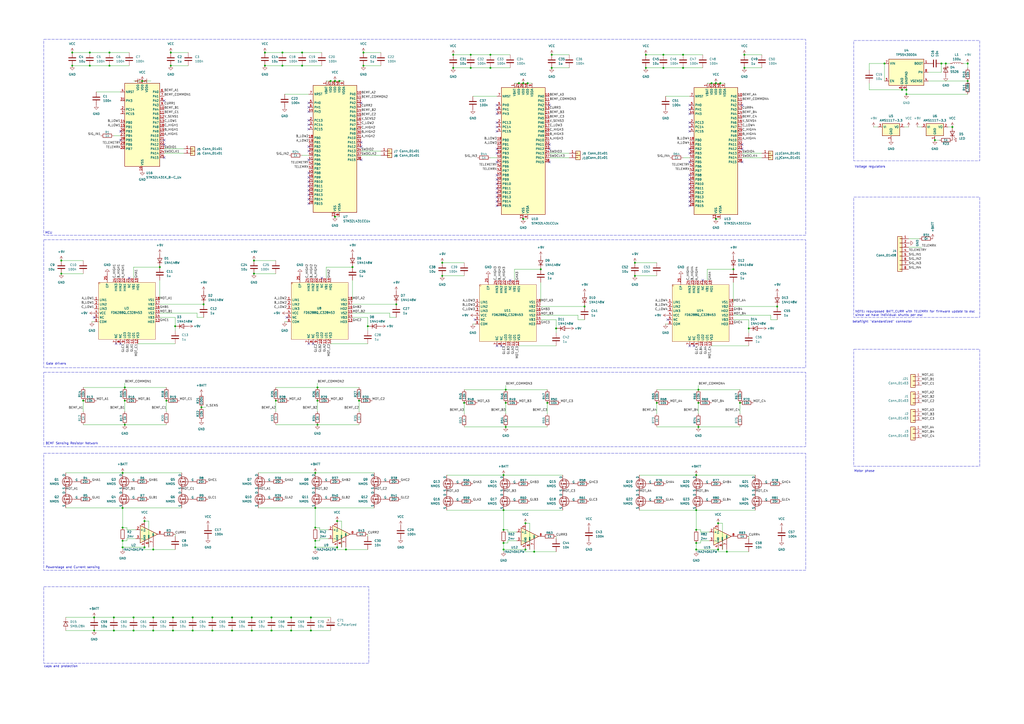
<source format=kicad_sch>
(kicad_sch (version 20250114) (generator "eeschema") (generator_version "9.0")
  (paper "A2")
  (rectangle (start 25.4 139.065) (end 467.36 213.36) (stroke (width 0) (type dash)))
  (rectangle (start 25.4 215.9) (end 467.36 259.08) (stroke (width 0) (type dash)))
  (rectangle (start 495.3 202.565) (end 568.325 270.51) (stroke (width 0) (type dash)))
  (rectangle (start 495.3 23.495) (end 568.325 93.345) (stroke (width 0) (type dash)))
  (rectangle (start 25.4 22.86) (end 467.36 136.525) (stroke (width 0) (type dash)))
  (rectangle (start 495.3 114.3) (end 568.325 184.15) (stroke (width 0) (type dash)))
  (rectangle (start 25.4 262.89) (end 467.36 330.835) (stroke (width 0) (type dash)))
  (rectangle (start 25.4 340.36) (end 213.995 384.81) (stroke (width 0) (type dash)))
  (text "caps and protection\n" (at 35.306 386.588 0) (effects (font (size 1.27 1.27))))
  (text "Motor phase\n" (at 501.396 273.304 0) (effects (font (size 1.27 1.27))))
  (text "NOTE: repurposed BATT_CURR with TELEMRX for firmware update to esc\nsince we have individual shunts per esc\n" (at 496.062 181.864 0) (effects (font (size 1.27 1.27)) (justify left)))
  (text "BEMF Sensing Resistor Network" (at 41.656 257.302 0) (effects (font (size 1.27 1.27))))
  (text "betaflight \"standardized\" connector" (at 511.81 186.69 0) (effects (font (size 1.27 1.27))))
  (text "MCU\n" (at 28.194 135.128 0) (effects (font (size 1.27 1.27))))
  (text "Gate drivers\n" (at 32.512 211.074 0) (effects (font (size 1.27 1.27))))
  (text "Powerstage and Current sensing\n" (at 42.164 329.184 0) (effects (font (size 1.27 1.27))))
  (text "Voltage regulators\n" (at 504.698 96.774 0) (effects (font (size 1.27 1.27))))
  (junction (at 368.3 160.02))
  (junction (at 434.34 190.5))
  (junction (at 320.04 39.37))
  (junction (at 88.9 318.77))
  (junction (at 210.82 38.1))
  (junction (at 184.15 224.79))
  (junction (at 160.02 232.41))
  (junction (at 303.53 48.26))
  (junction (at 306.07 48.26))
  (junction (at 273.05 39.37))
  (junction (at 184.15 246.38))
  (junction (at 304.8 303.53))
  (junction (at 431.8 39.37))
  (junction (at 384.81 31.75))
  (junction (at 175.26 30.48))
  (junction (at 403.86 307.34))
  (junction (at 300.99 48.26))
  (junction (at 208.28 232.41))
  (junction (at 163.83 30.48))
  (junction (at 339.09 177.8))
  (junction (at 134.62 358.14))
  (junction (at 273.05 31.75))
  (junction (at 153.67 30.48))
  (junction (at 561.34 36.83))
  (junction (at 317.5 233.68))
  (junction (at 153.67 38.1))
  (junction (at 204.47 154.94))
  (junction (at 415.29 127))
  (junction (at 101.6 189.23))
  (junction (at 403.86 318.77))
  (junction (at 71.12 313.69))
  (junction (at 71.12 294.64))
  (junction (at 83.82 317.5))
  (junction (at 92.71 154.94))
  (junction (at 116.84 236.22))
  (junction (at 403.86 295.91))
  (junction (at 381 233.68))
  (junction (at 118.11 176.53))
  (junction (at 293.37 226.06))
  (junction (at 163.83 38.1))
  (junction (at 66.04 358.14))
  (junction (at 293.37 247.65))
  (junction (at 194.31 125.73))
  (junction (at 168.91 358.14))
  (junction (at 182.88 317.5))
  (junction (at 284.48 31.75))
  (junction (at 292.1 314.96))
  (junction (at 63.5 30.48))
  (junction (at 292.1 307.34))
  (junction (at 405.13 226.06))
  (junction (at 168.91 365.76))
  (junction (at 180.34 358.14))
  (junction (at 195.58 302.26))
  (junction (at 52.07 30.48))
  (junction (at 100.33 358.14))
  (junction (at 313.69 156.21))
  (junction (at 210.82 30.48))
  (junction (at 269.24 233.68))
  (junction (at 374.65 31.75))
  (junction (at 182.88 294.64))
  (junction (at 293.37 233.68))
  (junction (at 41.91 38.1))
  (junction (at 546.1 36.83))
  (junction (at 417.83 48.26))
  (junction (at 71.12 317.5))
  (junction (at 292.1 318.77))
  (junction (at 180.34 365.76))
  (junction (at 425.45 156.21))
  (junction (at 196.85 46.99))
  (junction (at 548.64 36.83))
  (junction (at 99.06 38.1))
  (junction (at 175.26 38.1))
  (junction (at 77.47 358.14))
  (junction (at 88.9 365.76))
  (junction (at 405.13 247.65))
  (junction (at 262.89 31.75))
  (junction (at 182.88 274.32))
  (junction (at 405.13 233.68))
  (junction (at 396.24 31.75))
  (junction (at 72.39 232.41))
  (junction (at 525.78 52.07))
  (junction (at 35.56 151.13))
  (junction (at 63.5 38.1))
  (junction (at 146.05 365.76))
  (junction (at 303.53 127))
  (junction (at 403.86 275.59))
  (junction (at 191.77 46.99))
  (junction (at 83.82 302.26))
  (junction (at 523.24 52.07))
  (junction (at 123.19 358.14))
  (junction (at 368.3 152.4))
  (junction (at 304.8 318.77))
  (junction (at 157.48 365.76))
  (junction (at 100.33 365.76))
  (junction (at 82.55 46.99))
  (junction (at 412.75 48.26))
  (junction (at 157.48 358.14))
  (junction (at 262.89 39.37))
  (junction (at 292.1 295.91))
  (junction (at 52.07 38.1))
  (junction (at 416.56 303.53))
  (junction (at 71.12 306.07))
  (junction (at 431.8 31.75))
  (junction (at 35.56 158.75))
  (junction (at 322.58 190.5))
  (junction (at 384.81 39.37))
  (junction (at 513.08 36.83))
  (junction (at 561.34 46.99))
  (junction (at 542.29 81.28))
  (junction (at 396.24 39.37))
  (junction (at 194.31 46.99))
  (junction (at 284.48 39.37))
  (junction (at 200.66 318.77))
  (junction (at 182.88 313.69))
  (junction (at 309.88 320.04))
  (junction (at 134.62 365.76))
  (junction (at 54.61 365.76))
  (junction (at 146.05 358.14))
  (junction (at 421.64 320.04))
  (junction (at 147.32 151.13))
  (junction (at 48.26 232.41))
  (junction (at 96.52 232.41))
  (junction (at 72.39 224.79))
  (junction (at 147.32 158.75))
  (junction (at 320.04 31.75))
  (junction (at 88.9 358.14))
  (junction (at 123.19 365.76))
  (junction (at 403.86 314.96))
  (junction (at 429.26 233.68))
  (junction (at 552.45 73.66))
  (junction (at 184.15 232.41))
  (junction (at 72.39 246.38))
  (junction (at 77.47 365.76))
  (junction (at 41.91 30.48))
  (junction (at 415.29 48.26))
  (junction (at 195.58 317.5))
  (junction (at 182.88 306.07))
  (junction (at 71.12 274.32))
  (junction (at 292.1 275.59))
  (junction (at 450.85 177.8))
  (junction (at 66.04 365.76))
  (junction (at 416.56 318.77))
  (junction (at 54.61 358.14))
  (junction (at 256.54 152.4))
  (junction (at 213.36 189.23))
  (junction (at 229.87 176.53))
  (junction (at 111.76 358.14))
  (junction (at 99.06 30.48))
  (junction (at 256.54 160.02))
  (junction (at 111.76 365.76))
  (junction (at 374.65 39.37))
  (junction (at 525.78 54.61))
  (no_connect (at 288.29 66.04))
  (no_connect (at 400.05 71.12))
  (no_connect (at 166.37 184.15))
  (no_connect (at 179.07 113.03))
  (no_connect (at 209.55 85.09))
  (no_connect (at 400.05 200.66))
  (no_connect (at 400.05 114.3))
  (no_connect (at 179.07 92.71))
  (no_connect (at 400.05 66.04))
  (no_connect (at 179.07 110.49))
  (no_connect (at 288.29 111.76))
  (no_connect (at 318.77 93.98))
  (no_connect (at 179.07 62.23))
  (no_connect (at 430.53 93.98))
  (no_connect (at 288.29 86.36))
  (no_connect (at 295.91 162.56))
  (no_connect (at 318.77 60.96))
  (no_connect (at 288.29 88.9))
  (no_connect (at 179.07 107.95))
  (no_connect (at 400.05 63.5))
  (no_connect (at 179.07 100.33))
  (no_connect (at 400.05 104.14))
  (no_connect (at 400.05 76.2))
  (no_connect (at 209.55 92.71))
  (no_connect (at 209.55 59.69))
  (no_connect (at 288.29 119.38))
  (no_connect (at 407.67 162.56))
  (no_connect (at 290.83 200.66))
  (no_connect (at 288.29 104.14))
  (no_connect (at 54.61 184.15))
  (no_connect (at 288.29 106.68))
  (no_connect (at 318.77 83.82))
  (no_connect (at 400.05 106.68))
  (no_connect (at 179.07 105.41))
  (no_connect (at 430.53 83.82))
  (no_connect (at 288.29 200.66))
  (no_connect (at 179.07 69.85))
  (no_connect (at 95.25 91.44))
  (no_connect (at 179.07 102.87))
  (no_connect (at 69.85 81.28))
  (no_connect (at 288.29 63.5))
  (no_connect (at 400.05 88.9))
  (no_connect (at 387.35 185.42))
  (no_connect (at 179.07 64.77))
  (no_connect (at 95.25 58.42))
  (no_connect (at 179.07 87.63))
  (no_connect (at 179.07 199.39))
  (no_connect (at 179.07 72.39))
  (no_connect (at 179.07 59.69))
  (no_connect (at 288.29 73.66))
  (no_connect (at 69.85 76.2))
  (no_connect (at 288.29 109.22))
  (no_connect (at 179.07 74.93))
  (no_connect (at 275.59 185.42))
  (no_connect (at 179.07 85.09))
  (no_connect (at 95.25 83.82))
  (no_connect (at 179.07 118.11))
  (no_connect (at 74.93 161.29))
  (no_connect (at 400.05 60.96))
  (no_connect (at 430.53 60.96))
  (no_connect (at 67.31 199.39))
  (no_connect (at 400.05 119.38))
  (no_connect (at 186.69 161.29))
  (no_connect (at 288.29 71.12))
  (no_connect (at 95.25 81.28))
  (no_connect (at 400.05 86.36))
  (no_connect (at 288.29 93.98))
  (no_connect (at 209.55 82.55))
  (no_connect (at 400.05 116.84))
  (no_connect (at 288.29 114.3))
  (no_connect (at 400.05 73.66))
  (no_connect (at 181.61 199.39))
  (no_connect (at 430.53 86.36))
  (no_connect (at 402.59 200.66))
  (no_connect (at 69.85 199.39))
  (no_connect (at 288.29 116.84))
  (no_connect (at 288.29 76.2))
  (no_connect (at 318.77 86.36))
  (no_connect (at 400.05 101.6))
  (no_connect (at 179.07 115.57))
  (no_connect (at 400.05 93.98))
  (no_connect (at 400.05 111.76))
  (no_connect (at 288.29 101.6))
  (no_connect (at 400.05 109.22))
  (no_connect (at 288.29 60.96))
  (wire (pts (xy 322.58 200.66) (xy 300.99 200.66)))
  (wire (pts (xy 403.86 314.96) (xy 406.4 314.96)))
  (wire (pts (xy 304.8 320.04) (xy 304.8 318.77)))
  (wire (pts (xy 186.69 38.1) (xy 175.26 38.1)))
  (wire (pts (xy 191.77 358.14) (xy 180.34 358.14)))
  (wire (pts (xy 74.93 30.48) (xy 63.5 30.48)))
  (wire (pts (xy 322.58 312.42) (xy 322.58 311.15)))
  (wire (pts (xy 441.96 31.75) (xy 431.8 31.75)))
  (wire (pts (xy 415.29 48.26) (xy 417.83 48.26)))
  (wire (pts (xy 73.66 312.42) (xy 73.66 313.69)))
  (wire (pts (xy 561.34 36.83) (xy 558.8 36.83)))
  (wire (pts (xy 72.39 224.79) (xy 96.52 224.79)))
  (wire (pts (xy 77.47 358.14) (xy 66.04 358.14)))
  (wire (pts (xy 184.15 232.41) (xy 184.15 238.76)))
  (wire (pts (xy 381 226.06) (xy 405.13 226.06)))
  (wire (pts (xy 168.91 365.76) (xy 180.34 365.76)))
  (wire (pts (xy 307.34 318.77) (xy 307.34 303.53)))
  (wire (pts (xy 396.24 91.44) (xy 400.05 91.44)))
  (wire (pts (xy 200.66 318.77) (xy 195.58 318.77)))
  (wire (pts (xy 101.6 184.15) (xy 101.6 189.23)))
  (wire (pts (xy 220.98 30.48) (xy 210.82 30.48)))
  (wire (pts (xy 101.6 184.15) (xy 92.71 184.15)))
  (wire (pts (xy 198.12 302.26) (xy 195.58 302.26)))
  (wire (pts (xy 330.2 39.37) (xy 320.04 39.37)))
  (wire (pts (xy 525.78 54.61) (xy 525.78 52.07)))
  (wire (pts (xy 196.85 46.99) (xy 199.39 46.99)))
  (wire (pts (xy 38.1 365.76) (xy 54.61 365.76)))
  (wire (pts (xy 213.36 184.15) (xy 213.36 189.23)))
  (wire (pts (xy 434.34 320.04) (xy 421.64 320.04)))
  (wire (pts (xy 504.19 52.07) (xy 523.24 52.07)))
  (wire (pts (xy 200.66 317.5) (xy 200.66 318.77)))
  (wire (pts (xy 66.04 358.14) (xy 54.61 358.14)))
  (wire (pts (xy 294.64 313.69) (xy 294.64 314.96)))
  (wire (pts (xy 48.26 224.79) (xy 72.39 224.79)))
  (wire (pts (xy 419.1 303.53) (xy 416.56 303.53)))
  (wire (pts (xy 307.34 303.53) (xy 304.8 303.53)))
  (wire (pts (xy 182.88 294.64) (xy 182.88 306.07)))
  (wire (pts (xy 88.9 317.5) (xy 88.9 318.77)))
  (wire (pts (xy 284.48 39.37) (xy 273.05 39.37)))
  (wire (pts (xy 77.47 365.76) (xy 66.04 365.76)))
  (wire (pts (xy 298.45 48.26) (xy 300.99 48.26)))
  (wire (pts (xy 185.42 312.42) (xy 185.42 313.69)))
  (wire (pts (xy 273.05 31.75) (xy 262.89 31.75)))
  (wire (pts (xy 504.19 52.07) (xy 504.19 48.26)))
  (wire (pts (xy 74.93 38.1) (xy 63.5 38.1)))
  (wire (pts (xy 368.3 160.02) (xy 381 160.02)))
  (wire (pts (xy 182.88 317.5) (xy 182.88 313.69)))
  (wire (pts (xy 38.1 274.32) (xy 71.12 274.32)))
  (wire (pts (xy 293.37 233.68) (xy 293.37 240.03)))
  (wire (pts (xy 546.1 41.91) (xy 546.1 36.83)))
  (wire (pts (xy 303.53 48.26) (xy 306.07 48.26)))
  (wire (pts (xy 425.45 156.21) (xy 410.21 156.21)))
  (wire (pts (xy 370.84 295.91) (xy 403.86 295.91)))
  (wire (pts (xy 330.2 91.44) (xy 318.77 91.44)))
  (wire (pts (xy 191.77 365.76) (xy 180.34 365.76)))
  (wire (pts (xy 88.9 318.77) (xy 83.82 318.77)))
  (wire (pts (xy 86.36 317.5) (xy 86.36 302.26)))
  (wire (pts (xy 322.58 320.04) (xy 309.88 320.04)))
  (wire (pts (xy 229.87 176.53) (xy 204.47 176.53)))
  (wire (pts (xy 295.91 31.75) (xy 284.48 31.75)))
  (wire (pts (xy 213.36 318.77) (xy 200.66 318.77)))
  (wire (pts (xy 185.42 306.07) (xy 182.88 306.07)))
  (wire (pts (xy 73.66 306.07) (xy 71.12 306.07)))
  (wire (pts (xy 368.3 152.4) (xy 381 152.4)))
  (wire (pts (xy 548.64 36.83) (xy 551.18 36.83)))
  (wire (pts (xy 441.96 91.44) (xy 430.53 91.44)))
  (wire (pts (xy 105.41 274.32) (xy 71.12 274.32)))
  (wire (pts (xy 220.98 38.1) (xy 210.82 38.1)))
  (wire (pts (xy 274.32 187.96) (xy 275.59 187.96)))
  (wire (pts (xy 293.37 226.06) (xy 317.5 226.06)))
  (wire (pts (xy 403.86 320.04) (xy 403.86 318.77)))
  (wire (pts (xy 114.3 181.61) (xy 92.71 181.61)))
  (wire (pts (xy 339.09 185.42) (xy 335.28 185.42)))
  (wire (pts (xy 403.86 295.91) (xy 403.86 307.34)))
  (wire (pts (xy 111.76 358.14) (xy 123.19 358.14)))
  (wire (pts (xy 149.86 294.64) (xy 182.88 294.64)))
  (wire (pts (xy 534.67 143.51) (xy 527.05 143.51)))
  (wire (pts (xy 381 233.68) (xy 381 240.03)))
  (wire (pts (xy 441.96 39.37) (xy 431.8 39.37)))
  (wire (pts (xy 447.04 182.88) (xy 425.45 182.88)))
  (wire (pts (xy 101.6 199.39) (xy 80.01 199.39)))
  (wire (pts (xy 544.83 81.28) (xy 542.29 81.28)))
  (wire (pts (xy 447.04 185.42) (xy 447.04 182.88)))
  (wire (pts (xy 284.48 31.75) (xy 273.05 31.75)))
  (wire (pts (xy 96.52 246.38) (xy 72.39 246.38)))
  (wire (pts (xy 406.4 307.34) (xy 403.86 307.34)))
  (wire (pts (xy 83.82 318.77) (xy 83.82 317.5)))
  (wire (pts (xy 109.22 30.48) (xy 99.06 30.48)))
  (wire (pts (xy 299.72 313.69) (xy 294.64 313.69)))
  (wire (pts (xy 35.56 151.13) (xy 48.26 151.13)))
  (wire (pts (xy 213.36 189.23) (xy 213.36 191.77)))
  (wire (pts (xy 147.32 158.75) (xy 160.02 158.75)))
  (wire (pts (xy 527.05 73.66) (xy 524.51 73.66)))
  (wire (pts (xy 330.2 31.75) (xy 320.04 31.75)))
  (wire (pts (xy 411.48 313.69) (xy 406.4 313.69)))
  (wire (pts (xy 189.23 46.99) (xy 191.77 46.99)))
  (wire (pts (xy 292.1 318.77) (xy 304.8 318.77)))
  (wire (pts (xy 292.1 320.04) (xy 292.1 318.77)))
  (wire (pts (xy 88.9 358.14) (xy 77.47 358.14)))
  (wire (pts (xy 220.98 87.63) (xy 209.55 87.63)))
  (wire (pts (xy 189.23 154.94) (xy 189.23 161.29)))
  (wire (pts (xy 299.72 308.61) (xy 294.64 308.61)))
  (wire (pts (xy 38.1 358.14) (xy 54.61 358.14)))
  (wire (pts (xy 434.34 185.42) (xy 434.34 190.5)))
  (wire (pts (xy 419.1 318.77) (xy 419.1 303.53)))
  (wire (pts (xy 292.1 314.96) (xy 294.64 314.96)))
  (wire (pts (xy 292.1 295.91) (xy 292.1 307.34)))
  (wire (pts (xy 538.48 46.99) (xy 561.34 46.99)))
  (wire (pts (xy 71.12 317.5) (xy 71.12 313.69)))
  (wire (pts (xy 450.85 177.8) (xy 425.45 177.8)))
  (wire (pts (xy 322.58 185.42) (xy 313.69 185.42)))
  (wire (pts (xy 63.5 38.1) (xy 52.07 38.1)))
  (wire (pts (xy 88.9 365.76) (xy 100.33 365.76)))
  (wire (pts (xy 101.6 189.23) (xy 101.6 191.77)))
  (wire (pts (xy 71.12 313.69) (xy 73.66 313.69)))
  (wire (pts (xy 532.13 73.66) (xy 534.67 73.66)))
  (wire (pts (xy 429.26 247.65) (xy 405.13 247.65)))
  (wire (pts (xy 157.48 365.76) (xy 168.91 365.76)))
  (wire (pts (xy 66.04 78.74) (xy 69.85 78.74)))
  (wire (pts (xy 504.19 40.64) (xy 504.19 36.83)))
  (wire (pts (xy 229.87 184.15) (xy 226.06 184.15)))
  (wire (pts (xy 546.1 36.83) (xy 548.64 36.83)))
  (wire (pts (xy 417.83 48.26) (xy 420.37 48.26)))
  (wire (pts (xy 175.26 30.48) (xy 163.83 30.48)))
  (wire (pts (xy 407.67 31.75) (xy 396.24 31.75)))
  (wire (pts (xy 77.47 154.94) (xy 77.47 161.29)))
  (wire (pts (xy 78.74 312.42) (xy 73.66 312.42)))
  (wire (pts (xy 160.02 224.79) (xy 184.15 224.79)))
  (wire (pts (xy 109.22 38.1) (xy 99.06 38.1)))
  (wire (pts (xy 71.12 294.64) (xy 105.41 294.64)))
  (wire (pts (xy 259.08 275.59) (xy 292.1 275.59)))
  (wire (pts (xy 317.5 247.65) (xy 293.37 247.65)))
  (wire (pts (xy 35.56 158.75) (xy 48.26 158.75)))
  (wire (pts (xy 309.88 320.04) (xy 304.8 320.04)))
  (wire (pts (xy 55.88 53.34) (xy 69.85 53.34)))
  (wire (pts (xy 226.06 181.61) (xy 204.47 181.61)))
  (wire (pts (xy 293.37 247.65) (xy 269.24 247.65)))
  (wire (pts (xy 146.05 365.76) (xy 157.48 365.76)))
  (wire (pts (xy 213.36 199.39) (xy 191.77 199.39)))
  (wire (pts (xy 525.78 54.61) (xy 561.34 54.61)))
  (wire (pts (xy 434.34 185.42) (xy 425.45 185.42)))
  (wire (pts (xy 396.24 39.37) (xy 384.81 39.37)))
  (wire (pts (xy 403.86 295.91) (xy 438.15 295.91)))
  (wire (pts (xy 208.28 246.38) (xy 184.15 246.38)))
  (wire (pts (xy 182.88 317.5) (xy 195.58 317.5)))
  (wire (pts (xy 421.64 318.77) (xy 421.64 320.04)))
  (wire (pts (xy 134.62 358.14) (xy 146.05 358.14)))
  (wire (pts (xy 106.68 86.36) (xy 95.25 86.36)))
  (wire (pts (xy 165.1 54.61) (xy 179.07 54.61)))
  (wire (pts (xy 194.31 46.99) (xy 196.85 46.99)))
  (wire (pts (xy 66.04 365.76) (xy 54.61 365.76)))
  (wire (pts (xy 405.13 247.65) (xy 381 247.65)))
  (wire (pts (xy 434.34 200.66) (xy 412.75 200.66)))
  (wire (pts (xy 403.86 318.77) (xy 403.86 314.96)))
  (wire (pts (xy 92.71 162.56) (xy 92.71 173.99)))
  (wire (pts (xy 533.4 138.43) (xy 527.05 138.43)))
  (wire (pts (xy 101.6 318.77) (xy 88.9 318.77)))
  (wire (pts (xy 119.38 236.22) (xy 116.84 236.22)))
  (wire (pts (xy 259.08 295.91) (xy 292.1 295.91)))
  (wire (pts (xy 175.26 90.17) (xy 179.07 90.17)))
  (wire (pts (xy 134.62 365.76) (xy 146.05 365.76)))
  (wire (pts (xy 317.5 233.68) (xy 317.5 240.03)))
  (wire (pts (xy 213.36 311.15) (xy 213.36 309.88)))
  (wire (pts (xy 504.19 36.83) (xy 513.08 36.83)))
  (wire (pts (xy 396.24 31.75) (xy 384.81 31.75)))
  (wire (pts (xy 322.58 190.5) (xy 322.58 193.04)))
  (wire (pts (xy 416.56 320.04) (xy 416.56 318.77)))
  (wire (pts (xy 306.07 48.26) (xy 308.61 48.26)))
  (wire (pts (xy 204.47 154.94) (xy 189.23 154.94)))
  (wire (pts (xy 309.88 318.77) (xy 309.88 320.04)))
  (wire (pts (xy 175.26 38.1) (xy 163.83 38.1)))
  (wire (pts (xy 72.39 232.41) (xy 72.39 238.76)))
  (wire (pts (xy 407.67 39.37) (xy 396.24 39.37)))
  (wire (pts (xy 292.1 295.91) (xy 326.39 295.91)))
  (wire (pts (xy 298.45 156.21) (xy 298.45 162.56)))
  (wire (pts (xy 78.74 307.34) (xy 73.66 307.34)))
  (wire (pts (xy 269.24 226.06) (xy 293.37 226.06)))
  (wire (pts (xy 52.07 30.48) (xy 41.91 30.48)))
  (wire (pts (xy 160.02 232.41) (xy 160.02 238.76)))
  (wire (pts (xy 208.28 232.41) (xy 208.28 238.76)))
  (wire (pts (xy 370.84 275.59) (xy 403.86 275.59)))
  (wire (pts (xy 552.45 73.66) (xy 549.91 73.66)))
  (wire (pts (xy 274.32 55.88) (xy 288.29 55.88)))
  (wire (pts (xy 146.05 358.14) (xy 157.48 358.14)))
  (wire (pts (xy 330.2 88.9) (xy 318.77 88.9)))
  (wire (pts (xy 182.88 294.64) (xy 217.17 294.64)))
  (wire (pts (xy 71.12 294.64) (xy 71.12 306.07)))
  (wire (pts (xy 88.9 358.14) (xy 100.33 358.14)))
  (wire (pts (xy 335.28 182.88) (xy 313.69 182.88)))
  (wire (pts (xy 306.07 127) (xy 303.53 127)))
  (wire (pts (xy 118.11 176.53) (xy 92.71 176.53)))
  (wire (pts (xy 191.77 46.99) (xy 194.31 46.99)))
  (wire (pts (xy 106.68 88.9) (xy 95.25 88.9)))
  (wire (pts (xy 269.24 233.68) (xy 269.24 240.03)))
  (wire (pts (xy 538.48 41.91) (xy 546.1 41.91)))
  (wire (pts (xy 412.75 48.26) (xy 415.29 48.26)))
  (wire (pts (xy 284.48 91.44) (xy 288.29 91.44)))
  (wire (pts (xy 386.08 187.96) (xy 387.35 187.96)))
  (wire (pts (xy 421.64 320.04) (xy 416.56 320.04)))
  (wire (pts (xy 72.39 222.25) (xy 72.39 224.79)))
  (wire (pts (xy 190.5 312.42) (xy 185.42 312.42)))
  (wire (pts (xy 434.34 190.5) (xy 434.34 193.04)))
  (wire (pts (xy 434.34 312.42) (xy 434.34 311.15)))
  (wire (pts (xy 410.21 156.21) (xy 410.21 162.56)))
  (wire (pts (xy 195.58 318.77) (xy 195.58 317.5)))
  (wire (pts (xy 73.66 307.34) (xy 73.66 306.07)))
  (wire (pts (xy 220.98 90.17) (xy 209.55 90.17)))
  (wire (pts (xy 157.48 358.14) (xy 168.91 358.14)))
  (wire (pts (xy 313.69 163.83) (xy 313.69 175.26)))
  (wire (pts (xy 411.48 308.61) (xy 406.4 308.61)))
  (wire (pts (xy 96.52 232.41) (xy 96.52 238.76)))
  (wire (pts (xy 204.47 162.56) (xy 204.47 173.99)))
  (wire (pts (xy 86.36 302.26) (xy 83.82 302.26)))
  (wire (pts (xy 198.12 317.5) (xy 198.12 302.26)))
  (wire (pts (xy 406.4 313.69) (xy 406.4 314.96)))
  (wire (pts (xy 506.73 73.66) (xy 509.27 73.66)))
  (wire (pts (xy 92.71 154.94) (xy 77.47 154.94)))
  (wire (pts (xy 386.08 55.88) (xy 400.05 55.88)))
  (wire (pts (xy 52.07 38.1) (xy 41.91 38.1)))
  (wire (pts (xy 184.15 224.79) (xy 208.28 224.79)))
  (wire (pts (xy 149.86 274.32) (xy 182.88 274.32)))
  (wire (pts (xy 190.5 307.34) (xy 185.42 307.34)))
  (wire (pts (xy 405.13 223.52) (xy 405.13 226.06)))
  (wire (pts (xy 425.45 163.83) (xy 425.45 175.26)))
  (wire (pts (xy 163.83 30.48) (xy 153.67 30.48)))
  (wire (pts (xy 417.83 127) (xy 415.29 127)))
  (wire (pts (xy 335.28 185.42) (xy 335.28 182.88)))
  (wire (pts (xy 339.09 177.8) (xy 313.69 177.8)))
  (wire (pts (xy 53.34 186.69) (xy 54.61 186.69)))
  (wire (pts (xy 38.1 294.64) (xy 71.12 294.64)))
  (wire (pts (xy 405.13 233.68) (xy 405.13 240.03)))
  (wire (pts (xy 71.12 318.77) (xy 71.12 317.5)))
  (wire (pts (xy 111.76 365.76) (xy 123.19 365.76)))
  (wire (pts (xy 123.19 365.76) (xy 134.62 365.76)))
  (wire (pts (xy 523.24 52.07) (xy 525.78 52.07)))
  (wire (pts (xy 123.19 358.14) (xy 134.62 358.14)))
  (wire (pts (xy 196.85 125.73) (xy 194.31 125.73)))
  (wire (pts (xy 184.15 246.38) (xy 160.02 246.38)))
  (wire (pts (xy 182.88 313.69) (xy 185.42 313.69)))
  (wire (pts (xy 295.91 39.37) (xy 284.48 39.37)))
  (wire (pts (xy 300.99 48.26) (xy 303.53 48.26)))
  (wire (pts (xy 226.06 184.15) (xy 226.06 181.61)))
  (wire (pts (xy 405.13 226.06) (xy 429.26 226.06)))
  (wire (pts (xy 294.64 308.61) (xy 294.64 307.34)))
  (wire (pts (xy 213.36 184.15) (xy 204.47 184.15)))
  (wire (pts (xy 292.1 318.77) (xy 292.1 314.96)))
  (wire (pts (xy 293.37 223.52) (xy 293.37 226.06)))
  (wire (pts (xy 88.9 365.76) (xy 77.47 365.76)))
  (wire (pts (xy 438.15 275.59) (xy 403.86 275.59)))
  (wire (pts (xy 441.96 88.9) (xy 430.53 88.9)))
  (wire (pts (xy 450.85 185.42) (xy 447.04 185.42)))
  (wire (pts (xy 72.39 246.38) (xy 48.26 246.38)))
  (wire (pts (xy 403.86 318.77) (xy 416.56 318.77)))
  (wire (pts (xy 186.69 30.48) (xy 175.26 30.48)))
  (wire (pts (xy 71.12 317.5) (xy 83.82 317.5)))
  (wire (pts (xy 100.33 358.14) (xy 111.76 358.14)))
  (wire (pts (xy 410.21 48.26) (xy 412.75 48.26)))
  (wire (pts (xy 147.32 151.13) (xy 160.02 151.13)))
  (wire (pts (xy 217.17 274.32) (xy 182.88 274.32)))
  (wire (pts (xy 322.58 185.42) (xy 322.58 190.5)))
  (wire (pts (xy 273.05 39.37) (xy 262.89 39.37)))
  (wire (pts (xy 82.55 46.99) (xy 87.63 46.99)))
  (wire (pts (xy 114.3 184.15) (xy 114.3 181.61)))
  (wire (pts (xy 101.6 311.15) (xy 101.6 309.88)))
  (wire (pts (xy 77.47 46.99) (xy 82.55 46.99)))
  (wire (pts (xy 406.4 308.61) (xy 406.4 307.34)))
  (wire (pts (xy 100.33 365.76) (xy 111.76 365.76)))
  (wire (pts (xy 118.11 184.15) (xy 114.3 184.15)))
  (wire (pts (xy 165.1 186.69) (xy 166.37 186.69)))
  (wire (pts (xy 256.54 152.4) (xy 269.24 152.4)))
  (wire (pts (xy 384.81 31.75) (xy 374.65 31.75)))
  (wire (pts (xy 184.15 222.25) (xy 184.15 224.79)))
  (wire (pts (xy 48.26 232.41) (xy 48.26 238.76)))
  (wire (pts (xy 384.81 39.37) (xy 374.65 39.37)))
  (wire (pts (xy 185.42 307.34) (xy 185.42 306.07)))
  (wire (pts (xy 182.88 318.77) (xy 182.88 317.5)))
  (wire (pts (xy 326.39 275.59) (xy 292.1 275.59)))
  (wire (pts (xy 63.5 30.48) (xy 52.07 30.48)))
  (wire (pts (xy 313.69 156.21) (xy 298.45 156.21)))
  (wire (pts (xy 513.08 36.83) (xy 513.08 46.99)))
  (wire (pts (xy 256.54 160.02) (xy 269.24 160.02)))
  (wire (pts (xy 429.26 233.68) (xy 429.26 240.03)))
  (wire (pts (xy 163.83 38.1) (xy 153.67 38.1)))
  (wire (pts (xy 294.64 307.34) (xy 292.1 307.34)))
  (wire (pts (xy 561.34 39.37) (xy 561.34 36.83)))
  (wire (pts (xy 168.91 358.14) (xy 180.34 358.14)))
  (label "GLA1" (at 53.34 289.56 0))
  (label "A_LOW4" (at 387.35 175.26 180))
  (label "A_LOW1" (at 54.61 173.99 180))
  (label "GLC2" (at 184.15 199.39 270))
  (label "MOT_A2" (at 167.64 232.41 0))
  (label "BEMF_B4" (at 405.13 238.76 180))
  (label "TELEMETRY" (at 69.85 83.82 180))
  (label "SWDCLK1" (at 95.25 88.9 0))
  (label "V_SENS3" (at 318.77 71.12 0))
  (label "MOT_B1" (at 92.71 181.61 0))
  (label "BEMF_C1" (at 95.25 66.04 0))
  (label "BEMF_A4" (at 430.53 55.88 0))
  (label "MOT_C2" (at 534.67 233.68 0))
  (label "GHC2" (at 204.47 186.69 0))
  (label "TELEMRX" (at 179.07 97.79 180))
  (label "GHA3" (at 274.32 280.67 0))
  (label "A_HIGH2" (at 184.15 161.29 90))
  (label "C_LOW1" (at 54.61 179.07 180))
  (label "BEMF_COMMON2" (at 184.15 222.25 0))
  (label "BEMF_C2" (at 208.28 237.49 180))
  (label "GHB2" (at 204.47 179.07 0))
  (label "MOT_C3" (at 300.99 200.66 270))
  (label "B_LOW1" (at 54.61 176.53 180))
  (label "BEMF_B4" (at 430.53 66.04 0))
  (label "GLB2" (at 198.12 289.56 0))
  (label "A_LOW2" (at 179.07 82.55 180))
  (label "MOT_A3" (at 313.69 175.26 0))
  (label "MOT_C1" (at 80.01 199.39 270))
  (label "A_HIGH2" (at 209.55 80.01 0))
  (label "BEMF_B3" (at 293.37 238.76 180))
  (label "GLA2" (at 165.1 289.56 0))
  (label "GLA3" (at 274.32 290.83 0))
  (label "GHC4" (at 453.39 280.67 0))
  (label "B_LOW1" (at 69.85 71.12 180))
  (label "BEMF_COMMON4" (at 430.53 58.42 0))
  (label "GHB1" (at 86.36 279.4 0))
  (label "BEMF_C4" (at 429.26 238.76 180))
  (label "MOT_C4" (at 436.88 233.68 0))
  (label "GLA4" (at 410.21 200.66 270))
  (label "MOT_A4" (at 370.84 285.75 0))
  (label "V_SENS1" (at 95.25 68.58 0))
  (label "B_LOW4" (at 400.05 81.28 180))
  (label "MOT_A4" (at 388.62 233.68 0))
  (label "GHA3" (at 300.99 162.56 90))
  (label "SIG_IN2" (at 167.64 90.17 180))
  (label "MOT_A2" (at 204.47 173.99 0))
  (label "GHB4" (at 419.1 280.67 0))
  (label "A_HIGH3" (at 293.37 162.56 90))
  (label "B_LOW2" (at 179.07 80.01 180))
  (label "V_SENS4" (at 430.53 71.12 0))
  (label "SIG_IN3" (at 276.86 91.44 180))
  (label "GLC4" (at 405.13 200.66 270))
  (label "MOT_B4" (at 403.86 285.75 0))
  (label "C_HIGH4" (at 430.53 76.2 0))
  (label "C_LOW4" (at 387.35 180.34 180))
  (label "MOT_B2" (at 191.77 232.41 0))
  (label "BEMF_B1" (at 72.39 237.49 180))
  (label "BEMF_COMMON1" (at 95.25 55.88 0))
  (label "GHA1" (at 80.01 161.29 90))
  (label "A_HIGH3" (at 318.77 81.28 0))
  (label "V_SENS" (at 119.38 236.22 0))
  (label "B_HIGH4" (at 430.53 78.74 0))
  (label "GLB1" (at 86.36 289.56 0))
  (label "BEMF_B3" (at 318.77 66.04 0))
  (label "GHB3" (at 313.69 180.34 0))
  (label "GLC3" (at 341.63 290.83 0))
  (label "GLB4" (at 419.1 290.83 0))
  (label "SWDCLK3" (at 318.77 91.44 0))
  (label "GHC1" (at 120.65 279.4 0))
  (label "GHA4" (at 386.08 280.67 0))
  (label "A_HIGH1" (at 95.25 78.74 0))
  (label "MOT_A4" (at 425.45 175.26 0))
  (label "GLB1" (at 74.93 199.39 270))
  (label "MOT_C4" (at 412.75 200.66 270))
  (label "GLC2" (at 232.41 289.56 0))
  (label "GHC3" (at 341.63 280.67 0))
  (label "GLA3" (at 298.45 200.66 270))
  (label "SIG_IN4" (at 527.05 156.21 0))
  (label "B_LOW3" (at 275.59 177.8 180))
  (label "C_HIGH2" (at 209.55 74.93 0))
  (label "TELEMETRY" (at 288.29 96.52 180))
  (label "A_LOW2" (at 166.37 173.99 180))
  (label "GHC3" (at 313.69 187.96 0))
  (label "MOT_A2" (at 534.67 228.6 0))
  (label "MOT_B4" (at 534.67 251.46 0))
  (label "B_HIGH1" (at 95.25 76.2 0))
  (label "BEMF_C1" (at 96.52 237.49 180))
  (label "BEMF_C3" (at 317.5 238.76 180))
  (label "C_HIGH1" (at 95.25 73.66 0))
  (label "BEMF_B2" (at 209.55 64.77 0))
  (label "MOT_C1" (at 105.41 284.48 0))
  (label "B_HIGH2" (at 181.61 161.29 90))
  (label "SWDCLK2" (at 209.55 90.17 0))
  (label "GHC2" (at 232.41 279.4 0))
  (label "B_HIGH3" (at 318.77 78.74 0))
  (label "TELEMETRY" (at 400.05 96.52 180))
  (label "GLC1" (at 72.39 199.39 270))
  (label "MOT_C4" (at 438.15 285.75 0))
  (label "GHA1" (at 53.34 279.4 0))
  (label "SWDIO1" (at 95.25 86.36 0))
  (label "GLB4" (at 407.67 200.66 270))
  (label "GHA2" (at 191.77 161.29 90))
  (label "SIG_IN4" (at 388.62 91.44 180))
  (label "BEMF_COMMON2" (at 209.55 57.15 0))
  (label "V_SENS2" (at 209.55 69.85 0))
  (label "BEMF_COMMON1" (at 72.39 222.25 0))
  (label "MOT_C1" (at 104.14 232.41 0))
  (label "GLB2" (at 186.69 199.39 270))
  (label "MOT_C3" (at 326.39 285.75 0))
  (label "GLA4" (at 386.08 290.83 0))
  (label "BEMF_C4" (at 430.53 68.58 0))
  (label "TELEMETRY" (at 179.07 95.25 180))
  (label "C_LOW4" (at 430.53 73.66 0))
  (label "MOT_A1" (at 38.1 284.48 0))
  (label "MOT_C3" (at 325.12 233.68 0))
  (label "C_HIGH2" (at 179.07 161.29 90))
  (label "TELEMRX" (at 400.05 99.06 180))
  (label "C_LOW2" (at 166.37 179.07 180))
  (label "GLB3" (at 307.34 290.83 0))
  (label "C_LOW2" (at 209.55 72.39 0))
  (label "C_LOW3" (at 318.77 73.66 0))
  (label "SIG_IN1" (at 527.05 148.59 0))
  (label "MOT_A3" (at 534.67 238.76 0))
  (label "GLC4" (at 453.39 290.83 0))
  (label "BEMF_A4" (at 381 238.76 180))
  (label "BEMF_A3" (at 269.24 238.76 180))
  (label "BEMF_C2" (at 209.55 67.31 0))
  (label "MOT_B3" (at 300.99 233.68 0))
  (label "MOT_B4" (at 425.45 182.88 0))
  (label "GHB4" (at 425.45 180.34 0))
  (label "BEMF_COMMON3" (at 318.77 58.42 0))
  (label "B_LOW2" (at 166.37 176.53 180))
  (label "A_HIGH4" (at 430.53 81.28 0))
  (label "C_HIGH3" (at 288.29 162.56 90))
  (label "BEMF_B1" (at 95.25 63.5 0))
  (label "C_HIGH1" (at 67.31 161.29 90))
  (label "SWDIO3" (at 318.77 88.9 0))
  (label "CURR4" (at 434.34 311.15 0))
  (label "C_HIGH3" (at 318.77 76.2 0))
  (label "CURR2" (at 213.36 309.88 0))
  (label "MOT_B2" (at 204.47 181.61 0))
  (label "MOT_A3" (at 259.08 285.75 0))
  (label "MOT_A1" (at 55.88 232.41 0))
  (label "BEMF_A3" (at 318.77 55.88 0))
  (label "A_LOW1" (at 69.85 73.66 180))
  (label "CURR3" (at 322.58 311.15 0))
  (label "CURR3" (at 318.77 63.5 0))
  (label "GLA2" (at 189.23 199.39 270))
  (label "MOT_C2" (at 215.9 232.41 0))
  (label "A_HIGH4" (at 405.13 162.56 90))
  (label "SWDIO2" (at 209.55 87.63 0))
  (label "GHB2" (at 198.12 279.4 0))
  (label "TELEMRX" (at 534.67 143.51 0))
  (label "BEMF_A1" (at 95.25 53.34 0))
  (label "MOT_B2" (at 182.88 284.48 0))
  (label "CURR2" (at 209.55 62.23 0))
  (label "B_HIGH3" (at 290.83 162.56 90))
  (label "A_LOW3" (at 288.29 83.82 180))
  (label "GLC1" (at 120.65 289.56 0))
  (label "GHB3" (at 307.34 280.67 0))
  (label "B_LOW4" (at 387.35 177.8 180))
  (label "A_HIGH1" (at 72.39 161.29 90))
  (label "MOT_A1" (at 92.71 173.99 0))
  (label "MOT_A3" (at 276.86 233.68 0))
  (label "SWDCLK4" (at 430.53 91.44 0))
  (label "C_HIGH4" (at 400.05 162.56 90))
  (label "MOT_C1" (at 534.67 223.52 0))
  (label "MOT_A1" (at 534.67 218.44 0))
  (label "MOT_B1" (at 80.01 232.41 0))
  (label "B_HIGH4" (at 402.59 162.56 90))
  (label "MOT_B1" (at 71.12 284.48 0))
  (label "MOT_B3" (at 313.69 182.88 0))
  (label "BEMF_A2" (at 160.02 237.49 180))
  (label "MOT_B3" (at 292.1 285.75 0))
  (label "GHC4" (at 425.45 187.96 0))
  (label "TELEMETRY" (at 527.05 146.05 0))
  (label "MOT_C2" (at 217.17 284.48 0))
  (label "MOT_B2" (at 534.67 231.14 0))
  (label "MOT_C3" (at 534.67 243.84 0))
  (label "GHA2" (at 165.1 279.4 0))
  (label "CURR1" (at 95.25 60.96 0))
  (label "GLC3" (at 293.37 200.66 270))
  (label "BEMF_COMMON4" (at 405.13 223.52 0))
  (label "B_LOW3" (at 288.29 81.28 180))
  (label "BEMF_B2" (at 184.15 237.49 180))
  (label "GLB3" (at 295.91 200.66 270))
  (label "A_LOW4" (at 400.05 83.82 180))
  (label "MOT_B3" (at 534.67 241.3 0))
  (label "B_HIGH2" (at 209.55 77.47 0))
  (label "GHA4" (at 412.75 162.56 90))
  (label "TELEMRX" (at 69.85 86.36 180))
  (label "GHB1" (at 92.71 179.07 0))
  (label "SIG_IN2" (at 527.05 151.13 0))
  (label "BEMF_A1" (at 48.26 237.49 180))
  (label "SIG_IN3" (at 527.05 153.67 0))
  (label "A_LOW3" (at 275.59 175.26 180))
  (label "BEMF_A2" (at 209.55 54.61 0))
  (label "BEMF_COMMON3" (at 293.37 223.52 0))
  (label "C_LOW3" (at 275.59 180.34 180))
  (label "B_HIGH1" (at 69.85 161.29 90))
  (label "CURR4" (at 430.53 63.5 0))
  (label "GLA1" (at 77.47 199.39 270))
  (label "MOT_C4" (at 534.67 254 0))
  (label "CURR1" (at 101.6 309.88 0))
  (label "TELEMRX" (at 288.29 99.06 180))
  (label "GHC1" (at 92.71 186.69 0))
  (label "SIG_IN1" (at 58.42 78.74 180))
  (label "MOT_B4" (at 412.75 233.68 0))
  (label "MOT_B1" (at 534.67 220.98 0))
  (label "C_LOW1" (at 95.25 71.12 0))
  (label "MOT_C2" (at 191.77 199.39 270))
  (label "MOT_A1" (at 149.86 284.48 0))
  (label "MOT_A4" (at 534.67 248.92 0))
  (label "SWDIO4" (at 430.53 88.9 0))
  (label "BEMF_C3" (at 318.77 68.58 0))
  (symbol (lib_id "power:+9V") (at 450.85 170.18 0) (unit 1)
    (property "Reference" "#PWR090" (effects (hide yes)))
    (property "Value" "+9V" (at 450.85 165.1 0))
    (property "Description" "Power symbol creates a global label with name \"+9V\"" (effects (hide yes)))
  )
  (symbol (lib_id "Simulation_SPICE:NMOS") (at 440.69 290.83 0) (mirror y) (unit 1)
    (property "Reference" "Q24" (at 434.34 289.5599 0) (effects (justify left)))
    (property "Value" "NMOS" (at 434.34 292.0999 0) (effects (justify left)))
    (property "Datasheet" "https://ngspice.sourceforge.io/docs/ngspice-html-manual/manual.xhtml#cha_MOSFETs" (effects (hide yes)))
    (property "Description" "N-MOSFET transistor, drain/source/gate" (effects (hide yes)))
    (property "Sim.Device" "NMOS" (effects (hide yes)))
    (property "Sim.Type" "VDMOS" (effects (hide yes)))
    (property "Sim.Pins" "1=D 2=G 3=S" (effects (hide yes)))
  )
  (symbol (lib_id "power:VCC") (at 431.8 31.75 0) (unit 1)
    (property "Reference" "#PWR080" (effects (hide yes)))
    (property "Value" "VCC" (at 431.8 26.67 0))
    (property "Description" "Power symbol creates a global label with name \"VCC\"" (effects (hide yes)))
  )
  (symbol (lib_id "Device:R") (at 382.27 290.83 90) (unit 1)
    (property "Reference" "R79" (at 382.27 288.798 90))
    (property "Value" "20r" (at 382.27 290.83 90))
    (property "Description" "Resistor" (effects (hide yes)))
  )
  (symbol (lib_id "Device:LED") (at 552.45 77.47 90) (unit 1)
    (property "Reference" "D5" (at 556.26 77.7874 90) (effects (justify right)))
    (property "Value" "LED" (at 556.26 80.3274 90) (effects (justify right)))
    (property "Footprint" "Diode_SMD:D_0603_1608Metric" (effects (hide yes)))
    (property "Description" "Light emitting diode" (effects (hide yes)))
    (property "Sim.Pins" "1=K 2=A" (effects (hide yes)))
  )
  (symbol (lib_id "Device:C") (at 54.61 361.95 0) (unit 1)
    (property "Reference" "C59" (at 58.42 360.6799 0) (effects (justify left)))
    (property "Value" "10u" (at 58.42 363.2199 0) (effects (justify left)))
    (property "Footprint" "Capacitor_SMD:C_1210_3225Metric" (effects (hide yes)))
    (property "Description" "Unpolarized capacitor" (effects (hide yes)))
    (property "LCSC" "C13585" (effects (hide yes)))
  )
  (symbol (lib_id "MCU_ST_STM32L4:STM32L431CCUx") (at 194.31 87.63 0) (unit 1)
    (property "Reference" "U7" (at 198.9933 125.73 0) (effects (justify left)))
    (property "Value" "STM32L431CCUx" (at 198.9933 128.27 0) (effects (justify left)))
    (property "Footprint" "Package_DFN_QFN:QFN-48-1EP_7x7mm_P0.5mm_EP5.6x5.6mm" (effects (hide yes)))
    (property "Datasheet" "https://www.st.com/resource/en/datasheet/stm32l431cc.pdf" (effects (hide yes)))
    (property "Description" "STMicroelectronics Arm Cortex-M4 MCU, 256KB flash, 64KB RAM, 80 MHz, 1.71-3.6V, 38 GPIO, UFQFPN48" (effects (hide yes)))
    (property "LCSC" "C1337258" (effects (hide yes)))
  )
  (symbol (lib_id "Simulation_SPICE:NMOS") (at 219.71 279.4 0) (mirror y) (unit 1)
    (property "Reference" "Q9" (at 213.36 278.1299 0) (effects (justify left)))
    (property "Value" "NMOS" (at 213.36 280.6699 0) (effects (justify left)))
    (property "Datasheet" "https://ngspice.sourceforge.io/docs/ngspice-html-manual/manual.xhtml#cha_MOSFETs" (effects (hide yes)))
    (property "Description" "N-MOSFET transistor, drain/source/gate" (effects (hide yes)))
    (property "Sim.Device" "NMOS" (effects (hide yes)))
    (property "Sim.Type" "VDMOS" (effects (hide yes)))
    (property "Sim.Pins" "1=D 2=G 3=S" (effects (hide yes)))
  )
  (symbol (lib_id "Device:R") (at 429.26 229.87 180) (unit 1)
    (property "Reference" "R67" (at 427.228 229.87 90))
    (property "Value" "10k" (at 429.26 229.87 90))
    (property "Description" "Resistor" (effects (hide yes)))
  )
  (symbol (lib_id "Diode:1N4148W") (at 425.45 152.4 90) (unit 1)
    (property "Reference" "D12" (at 427.99 151.1299 90) (effects (justify right)))
    (property "Value" "1N4148W" (at 427.99 153.6699 90) (effects (justify right)))
    (property "Footprint" "Diode_SMD:D_SOD-123" (effects (hide yes)))
    (property "Datasheet" "https://www.vishay.com/docs/85748/1n4148w.pdf" (effects (hide yes)))
    (property "Description" "75V 0.15A Fast Switching Diode, SOD-123" (effects (hide yes)))
    (property "Sim.Device" "D" (effects (hide yes)))
    (property "Sim.Pins" "1=K 2=A" (effects (hide yes)))
  )
  (symbol (lib_id "Device:C") (at 175.26 34.29 0) (unit 1)
    (property "Reference" "C19" (at 179.07 33.0199 0) (effects (justify left)))
    (property "Value" "100n" (at 179.07 35.5599 0) (effects (justify left)))
    (property "Footprint" "Capacitor_SMD:C_0402_1005Metric" (effects (hide yes)))
    (property "Description" "Unpolarized capacitor" (effects (hide yes)))
    (property "LCSC" "C1525" (effects (hide yes)))
  )
  (symbol (lib_id "Connector_Generic:Conn_01x01") (at 335.28 88.9 0) (unit 1) (in_bom no)
    (property "Reference" "J9" (at 337.566 89.154 0) (effects (justify left)))
    (property "Value" "Conn_01x01" (at 340.868 88.9 0) (effects (justify left)))
    (property "Footprint" "TestPoint:TestPoint_Pad_1.0x1.0mm" (effects (hide yes)))
    (property "Description" "Generic connector, single row, 01x01, script generated (kicad-library-utils/schlib/autogen/connector/)" (effects (hide yes)))
  )
  (symbol (lib_id "power:GND") (at 403.86 320.04 0) (mirror y) (unit 1)
    (property "Reference" "#PWR0101" (effects (hide yes)))
    (property "Value" "GND" (at 403.86 325.12 0))
    (property "Description" "Power symbol creates a global label with name \"GND\" , ground" (effects (hide yes)))
  )
  (symbol (lib_id "Connector_Generic:Conn_01x08") (at 521.97 146.05 0) (mirror y) (unit 1)
    (property "Reference" "J4" (at 518.922 145.542 0))
    (property "Value" "Conn_01x08" (at 514.096 148.082 0))
    (property "Footprint" "Connector_JST:JST_SH_SM08B-SRSS-TB_1x08-1MP_P1.00mm_Horizontal" (effects (hide yes)))
    (property "Description" "Generic connector, single row, 01x08, script generated (kicad-library-utils/schlib/autogen/connector/)" (effects (hide yes)))
    (property "LCSC Part" "C160407" (effects (hide yes)))
  )
  (symbol (lib_id "Device:C") (at 109.22 34.29 0) (unit 1)
    (property "Reference" "C3" (at 113.03 33.0199 0) (effects (justify left)))
    (property "Value" "100n" (at 113.03 35.5599 0) (effects (justify left)))
    (property "Footprint" "Capacitor_SMD:C_0402_1005Metric" (effects (hide yes)))
    (property "Description" "Unpolarized capacitor" (effects (hide yes)))
    (property "LCSC" "C1525" (effects (hide yes)))
  )
  (symbol (lib_id "Device:C") (at 48.26 154.94 0) (mirror x) (unit 1)
    (property "Reference" "C10" (at 44.45 153.6699 0) (effects (justify right)))
    (property "Value" "100n" (at 44.45 156.2099 0) (effects (justify right)))
    (property "Footprint" "Capacitor_SMD:C_0402_1005Metric" (effects (hide yes)))
    (property "Description" "Unpolarized capacitor" (effects (hide yes)))
    (property "LCSC" "C1525" (effects (hide yes)))
  )
  (symbol (lib_id "Device:R") (at 48.26 228.6 180) (unit 1)
    (property "Reference" "R14" (at 46.228 228.6 90))
    (property "Value" "10k" (at 48.26 228.6 90))
    (property "Description" "Resistor" (effects (hide yes)))
  )
  (symbol (lib_id "Connector_Generic:Conn_01x01") (at 447.04 91.44 0) (unit 1) (in_bom no)
    (property "Reference" "J12" (at 449.326 91.694 0) (effects (justify left)))
    (property "Value" "Conn_01x01" (at 452.628 91.44 0) (effects (justify left)))
    (property "Footprint" "TestPoint:TestPoint_Pad_1.0x1.0mm" (effects (hide yes)))
    (property "Description" "Generic connector, single row, 01x01, script generated (kicad-library-utils/schlib/autogen/connector/)" (effects (hide yes)))
  )
  (symbol (lib_id "Device:C") (at 339.09 181.61 180) (unit 1)
    (property "Reference" "C41" (at 342.9 180.3399 0) (effects (justify right)))
    (property "Value" "1u" (at 342.9 182.8799 0) (effects (justify right)))
    (property "Footprint" "Capacitor_SMD:C_0603_1608Metric" (effects (hide yes)))
    (property "Description" "Unpolarized capacitor" (effects (hide yes)))
    (property "LCSC" "C15849" (effects (hide yes)))
  )
  (symbol (lib_id "Device:R") (at 76.2 232.41 90) (unit 1)
    (property "Reference" "R16" (at 76.2 230.378 90))
    (property "Value" "10k" (at 76.2 232.41 90))
    (property "Description" "Resistor" (effects (hide yes)))
  )
  (symbol (lib_id "Device:C") (at 111.76 361.95 0) (unit 1)
    (property "Reference" "C64" (at 115.57 360.6799 0) (effects (justify left)))
    (property "Value" "10u" (at 115.57 363.2199 0) (effects (justify left)))
    (property "Footprint" "Capacitor_SMD:C_1210_3225Metric" (effects (hide yes)))
    (property "Description" "Unpolarized capacitor" (effects (hide yes)))
    (property "LCSC" "C13585" (effects (hide yes)))
  )
  (symbol (lib_id "power:GND") (at 120.65 312.42 0) (unit 1)
    (property "Reference" "#PWR031" (effects (hide yes)))
    (property "Value" "GND" (at 120.65 317.5 0))
    (property "Description" "Power symbol creates a global label with name \"GND\" , ground" (effects (hide yes)))
  )
  (symbol (lib_id "power:GND") (at 527.05 140.97 90) (mirror x) (unit 1)
    (property "Reference" "#PWR0104" (effects (hide yes)))
    (property "Value" "GND" (at 532.13 140.97 0))
    (property "Description" "Power symbol creates a global label with name \"GND\" , ground" (effects (hide yes)))
  )
  (symbol (lib_id "Device:R") (at 292.1 311.15 0) (unit 1)
    (property "Reference" "R62" (at 294.64 309.8799 0) (effects (justify left)))
    (property "Value" "2mr" (at 294.64 312.4199 0) (effects (justify left)))
    (property "Description" "Resistor" (effects (hide yes)))
  )
  (symbol (lib_id "Device:C") (at 381 156.21 0) (mirror x) (unit 1)
    (property "Reference" "C53" (at 377.19 154.9399 0) (effects (justify right)))
    (property "Value" "100n" (at 377.19 157.4799 0) (effects (justify right)))
    (property "Footprint" "Capacitor_SMD:C_0402_1005Metric" (effects (hide yes)))
    (property "Description" "Unpolarized capacitor" (effects (hide yes)))
    (property "LCSC" "C1525" (effects (hide yes)))
  )
  (symbol (lib_id "Device:R") (at 303.53 280.67 90) (unit 1)
    (property "Reference" "R57" (at 303.53 278.638 90))
    (property "Value" "20r" (at 303.53 280.67 90))
    (property "Description" "Resistor" (effects (hide yes)))
  )
  (symbol (lib_id "Device:C") (at 441.96 35.56 0) (unit 1)
    (property "Reference" "C50" (at 445.77 34.2899 0) (effects (justify left)))
    (property "Value" "100n" (at 445.77 36.8299 0) (effects (justify left)))
    (property "Footprint" "Capacitor_SMD:C_0402_1005Metric" (effects (hide yes)))
    (property "Description" "Unpolarized capacitor" (effects (hide yes)))
    (property "LCSC" "C1525" (effects (hide yes)))
  )
  (symbol (lib_id "Device:C") (at 213.36 195.58 180) (unit 1)
    (property "Reference" "C28" (at 217.17 194.3099 0) (effects (justify right)))
    (property "Value" "1u" (at 217.17 196.8499 0) (effects (justify right)))
    (property "Footprint" "Capacitor_SMD:C_0603_1608Metric" (effects (hide yes)))
    (property "Description" "Unpolarized capacitor" (effects (hide yes)))
    (property "LCSC" "C15849" (effects (hide yes)))
  )
  (symbol (lib_id "Device:C") (at 146.05 361.95 0) (unit 1)
    (property "Reference" "C67" (at 149.86 360.6799 0) (effects (justify left)))
    (property "Value" "10u" (at 149.86 363.2199 0) (effects (justify left)))
    (property "Footprint" "Capacitor_SMD:C_1210_3225Metric" (effects (hide yes)))
    (property "Description" "Unpolarized capacitor" (effects (hide yes)))
    (property "LCSC" "C13585" (effects (hide yes)))
  )
  (symbol (lib_id "Device:R") (at 382.27 280.67 90) (unit 1)
    (property "Reference" "R76" (at 382.27 278.638 90))
    (property "Value" "20r" (at 382.27 280.67 90))
    (property "Description" "Resistor" (effects (hide yes)))
  )
  (symbol (lib_id "Device:C") (at 322.58 196.85 180) (unit 1)
    (property "Reference" "C42" (at 326.39 195.5799 0) (effects (justify right)))
    (property "Value" "1u" (at 326.39 198.1199 0) (effects (justify right)))
    (property "Footprint" "Capacitor_SMD:C_0603_1608Metric" (effects (hide yes)))
    (property "Description" "Unpolarized capacitor" (effects (hide yes)))
    (property "LCSC" "C15849" (effects (hide yes)))
  )
  (symbol (lib_id "Device:R") (at 537.21 138.43 270) (unit 1)
    (property "Reference" "R31" (at 539.369 136.398 90) (effects (justify right)))
    (property "Value" "0r" (at 538.353 138.43 90) (effects (justify right)))
    (property "Description" "Resistor" (effects (hide yes)))
  )
  (symbol (lib_id "Device:R") (at 71.12 309.88 0) (unit 1)
    (property "Reference" "R2" (at 73.66 308.6099 0) (effects (justify left)))
    (property "Value" "2mr" (at 73.66 311.1499 0) (effects (justify left)))
    (property "Description" "Resistor" (effects (hide yes)))
  )
  (symbol (lib_id "Diode:1N4148W") (at 229.87 172.72 90) (unit 1)
    (property "Reference" "D7" (at 232.41 171.4499 90) (effects (justify right)))
    (property "Value" "1N4148W" (at 232.41 173.9899 90) (effects (justify right)))
    (property "Footprint" "Diode_SMD:D_SOD-123" (effects (hide yes)))
    (property "Datasheet" "https://www.vishay.com/docs/85748/1n4148w.pdf" (effects (hide yes)))
    (property "Description" "75V 0.15A Fast Switching Diode, SOD-123" (effects (hide yes)))
    (property "Sim.Device" "D" (effects (hide yes)))
    (property "Sim.Pins" "1=K 2=A" (effects (hide yes)))
  )
  (symbol (lib_id "Device:C") (at 322.58 316.23 0) (unit 1)
    (property "Reference" "C44" (at 326.39 314.9599 0) (effects (justify left)))
    (property "Value" "10n" (at 326.39 317.4999 0) (effects (justify left)))
    (property "Footprint" "Capacitor_SMD:C_0402_1005Metric" (effects (hide yes)))
    (property "Description" "Unpolarized capacitor" (effects (hide yes)))
    (property "LCSC" "C15195" (effects (hide yes)))
  )
  (symbol (lib_id "power:+9V") (at 387.35 182.88 90) (unit 1)
    (property "Reference" "#PWR091" (effects (hide yes)))
    (property "Value" "+9V" (at 383.54 182.8799 90) (effects (justify left)))
    (property "Description" "Power symbol creates a global label with name \"+9V\"" (effects (hide yes)))
  )
  (symbol (lib_id "Device:R") (at 561.34 43.18 180) (unit 1)
    (property "Reference" "R10" (at 559.308 43.18 90))
    (property "Value" "10k" (at 561.34 43.18 90))
    (property "Description" "Resistor" (effects (hide yes)))
  )
  (symbol (lib_id "Device:R") (at 392.43 91.44 90) (unit 1)
    (property "Reference" "R64" (at 392.43 89.408 90))
    (property "Value" "1k" (at 392.43 91.44 90))
    (property "Description" "Resistor" (effects (hide yes)))
  )
  (symbol (lib_id "easyeda2kicad:FD6288Q_C328453") (at 73.66 180.34 0) (unit 1)
    (property "Reference" "U3" (at 73.406 178.816 0))
    (property "Value" "FD6288Q_C328453" (at 73.406 181.356 0))
    (property "Footprint" "easyeda2kicad:QFN-24_L4.0-W4.0-P0.50-BL-EP2.6" (effects (hide yes)))
    (property "Datasheet" "https://lcsc.com/product-detail/Others_Fortior-Tech-FD6288Q_C328453.html" (effects (hide yes)))
    (property "LCSC Part" "C328453" (effects (hide yes)))
    (property "LCSC" "C328453" (effects (hide yes)))
  )
  (symbol (lib_id "Device:C") (at 453.39 309.88 0) (unit 1)
    (property "Reference" "C57" (at 457.2 308.6099 0) (effects (justify left)))
    (property "Value" "100n" (at 457.2 311.1499 0) (effects (justify left)))
    (property "Footprint" "Capacitor_SMD:C_0402_1005Metric" (effects (hide yes)))
    (property "Description" "Unpolarized capacitor" (effects (hide yes)))
    (property "LCSC" "C1525" (effects (hide yes)))
  )
  (symbol (lib_id "Device:C") (at 165.1 58.42 0) (unit 1)
    (property "Reference" "C23" (at 168.91 57.1499 0) (effects (justify left)))
    (property "Value" "100n" (at 168.91 59.6899 0) (effects (justify left)))
    (property "Footprint" "Capacitor_SMD:C_0402_1005Metric" (effects (hide yes)))
    (property "Description" "Unpolarized capacitor" (effects (hide yes)))
    (property "LCSC" "C1525" (effects (hide yes)))
  )
  (symbol (lib_id "Device:C") (at 295.91 35.56 0) (unit 1)
    (property "Reference" "C34" (at 299.72 34.2899 0) (effects (justify left)))
    (property "Value" "100n" (at 299.72 36.8299 0) (effects (justify left)))
    (property "Footprint" "Capacitor_SMD:C_0402_1005Metric" (effects (hide yes)))
    (property "Description" "Unpolarized capacitor" (effects (hide yes)))
    (property "LCSC" "C1525" (effects (hide yes)))
  )
  (symbol (lib_id "Diode:1N4148W") (at 105.41 189.23 0) (mirror x) (unit 1)
    (property "Reference" "D3" (at 102.616 183.896 0) (effects (justify left)))
    (property "Value" "1N4148W" (at 102.616 186.436 0) (effects (justify left)))
    (property "Footprint" "Diode_SMD:D_SOD-123" (effects (hide yes)))
    (property "Datasheet" "https://www.vishay.com/docs/85748/1n4148w.pdf" (effects (hide yes)))
    (property "Description" "75V 0.15A Fast Switching Diode, SOD-123" (effects (hide yes)))
    (property "Sim.Device" "D" (effects (hide yes)))
    (property "Sim.Pins" "1=K 2=A" (effects (hide yes)))
  )
  (symbol (lib_id "Device:C") (at 262.89 35.56 0) (unit 1)
    (property "Reference" "C31" (at 266.7 34.2899 0) (effects (justify left)))
    (property "Value" "10u" (at 266.7 36.8299 0) (effects (justify left)))
    (property "Footprint" "Capacitor_SMD:C_1210_3225Metric" (effects (hide yes)))
    (property "Description" "Unpolarized capacitor" (effects (hide yes)))
    (property "LCSC" "C13585" (effects (hide yes)))
  )
  (symbol (lib_id "power:GND") (at 262.89 39.37 0) (unit 1)
    (property "Reference" "#PWR058" (effects (hide yes)))
    (property "Value" "GND" (at 262.89 44.45 0))
    (property "Description" "Power symbol creates a global label with name \"GND\" , ground" (effects (hide yes)))
  )
  (symbol (lib_id "Simulation_SPICE:NMOS") (at 373.38 290.83 0) (mirror y) (unit 1)
    (property "Reference" "Q22" (at 367.03 289.5599 0) (effects (justify left)))
    (property "Value" "NMOS" (at 367.03 292.0999 0) (effects (justify left)))
    (property "Datasheet" "https://ngspice.sourceforge.io/docs/ngspice-html-manual/manual.xhtml#cha_MOSFETs" (effects (hide yes)))
    (property "Description" "N-MOSFET transistor, drain/source/gate" (effects (hide yes)))
    (property "Sim.Device" "NMOS" (effects (hide yes)))
    (property "Sim.Type" "VDMOS" (effects (hide yes)))
    (property "Sim.Pins" "1=D 2=G 3=S" (effects (hide yes)))
  )
  (symbol (lib_id "power:+9V") (at 256.54 152.4 0) (unit 1)
    (property "Reference" "#PWR064" (effects (hide yes)))
    (property "Value" "+9V" (at 256.54 147.32 0))
    (property "Description" "Power symbol creates a global label with name \"+9V\"" (effects (hide yes)))
  )
  (symbol (lib_id "Device:R") (at 321.31 233.68 90) (unit 1)
    (property "Reference" "R50" (at 321.31 231.648 90))
    (property "Value" "10k" (at 321.31 233.68 90))
    (property "Description" "Resistor" (effects (hide yes)))
  )
  (symbol (lib_id "Device:C") (at 180.34 361.95 0) (unit 1)
    (property "Reference" "C70" (at 184.15 360.6799 0) (effects (justify left)))
    (property "Value" "10u" (at 184.15 363.2199 0) (effects (justify left)))
    (property "Footprint" "Capacitor_SMD:C_1210_3225Metric" (effects (hide yes)))
    (property "Description" "Unpolarized capacitor" (effects (hide yes)))
    (property "LCSC" "C13585" (effects (hide yes)))
  )
  (symbol (lib_id "power:+9V") (at 506.73 73.66 0) (unit 1)
    (property "Reference" "#PWR021" (effects (hide yes)))
    (property "Value" "+9V" (at 506.73 68.58 0))
    (property "Description" "Power symbol creates a global label with name \"+9V\"" (effects (hide yes)))
  )
  (symbol (lib_id "power:+BATT") (at 71.12 274.32 0) (unit 1)
    (property "Reference" "#PWR08" (effects (hide yes)))
    (property "Value" "+BATT" (at 71.12 269.24 0))
    (property "Description" "Power symbol creates a global label with name \"+BATT\"" (effects (hide yes)))
  )
  (symbol (lib_id "power:+9V") (at 92.71 147.32 0) (unit 1)
    (property "Reference" "#PWR013" (effects (hide yes)))
    (property "Value" "+9V" (at 92.71 142.24 0))
    (property "Description" "Power symbol creates a global label with name \"+9V\"" (effects (hide yes)))
  )
  (symbol (lib_id "Device:R") (at 116.84 289.56 90) (unit 1)
    (property "Reference" "R9" (at 116.84 287.528 90))
    (property "Value" "20r" (at 116.84 289.56 90))
    (property "Description" "Resistor" (effects (hide yes)))
  )
  (symbol (lib_id "Connector_Generic:Conn_01x01") (at 226.06 87.63 0) (unit 1) (in_bom no)
    (property "Reference" "J7" (at 228.346 87.884 0) (effects (justify left)))
    (property "Value" "Conn_01x01" (at 231.648 87.63 0) (effects (justify left)))
    (property "Footprint" "TestPoint:TestPoint_Pad_1.0x1.0mm" (effects (hide yes)))
    (property "Description" "Generic connector, single row, 01x01, script generated (kicad-library-utils/schlib/autogen/connector/)" (effects (hide yes)))
  )
  (symbol (lib_id "power:+BATT") (at 54.61 358.14 0) (unit 1)
    (property "Reference" "#PWR0103" (effects (hide yes)))
    (property "Value" "+BATT" (at 54.61 353.06 0))
    (property "Description" "Power symbol creates a global label with name \"+BATT\"" (effects (hide yes)))
  )
  (symbol (lib_id "power:GND") (at 431.8 39.37 0) (unit 1)
    (property "Reference" "#PWR082" (effects (hide yes)))
    (property "Value" "GND" (at 431.8 44.45 0))
    (property "Description" "Power symbol creates a global label with name \"GND\" , ground" (effects (hide yes)))
  )
  (symbol (lib_id "Device:C") (at 204.47 158.75 180) (unit 1)
    (property "Reference" "C26" (at 208.28 157.4799 0) (effects (justify right)))
    (property "Value" "1u" (at 208.28 160.0199 0) (effects (justify right)))
    (property "Footprint" "Capacitor_SMD:C_0603_1608Metric" (effects (hide yes)))
    (property "Description" "Unpolarized capacitor" (effects (hide yes)))
    (property "LCSC" "C15849" (effects (hide yes)))
  )
  (symbol (lib_id "Device:C") (at 88.9 361.95 0) (unit 1)
    (property "Reference" "C62" (at 92.71 360.6799 0) (effects (justify left)))
    (property "Value" "10u" (at 92.71 363.2199 0) (effects (justify left)))
    (property "Footprint" "Capacitor_SMD:C_1210_3225Metric" (effects (hide yes)))
    (property "Description" "Unpolarized capacitor" (effects (hide yes)))
    (property "LCSC" "C13585" (effects (hide yes)))
  )
  (symbol (lib_id "power:VCC") (at 416.56 303.53 0) (unit 1)
    (property "Reference" "#PWR098" (effects (hide yes)))
    (property "Value" "VCC" (at 416.56 298.45 0))
    (property "Description" "Power symbol creates a global label with name \"VCC\"" (effects (hide yes)))
  )
  (symbol (lib_id "Device:R") (at 62.23 78.74 90) (unit 1)
    (property "Reference" "R1" (at 62.23 76.708 90))
    (property "Value" "1k" (at 62.23 78.74 90))
    (property "Description" "Resistor" (effects (hide yes)))
  )
  (symbol (lib_id "Device:C") (at 168.91 361.95 0) (unit 1)
    (property "Reference" "C69" (at 172.72 360.6799 0) (effects (justify left)))
    (property "Value" "10u" (at 172.72 363.2199 0) (effects (justify left)))
    (property "Footprint" "Capacitor_SMD:C_1210_3225Metric" (effects (hide yes)))
    (property "Description" "Unpolarized capacitor" (effects (hide yes)))
    (property "LCSC" "C13585" (effects (hide yes)))
  )
  (symbol (lib_id "Device:C") (at 368.3 156.21 0) (mirror y) (unit 1)
    (property "Reference" "C52" (at 364.49 154.9399 0) (effects (justify left)))
    (property "Value" "10u" (at 364.49 157.4799 0) (effects (justify left)))
    (property "Footprint" "Capacitor_SMD:C_1210_3225Metric" (effects (hide yes)))
    (property "Description" "Unpolarized capacitor" (effects (hide yes)))
    (property "LCSC" "C13585" (effects (hide yes)))
  )
  (symbol (lib_id "Amplifier_Current:INA240A1PW") (at 198.12 309.88 0) (unit 1)
    (property "Reference" "U9" (at 189.23 316.23 0))
    (property "Value" "INA240A1PW" (at 189.23 318.77 0))
    (property "Footprint" "Package_SO:TSSOP-8_4.4x3mm_P0.65mm" (effects (hide yes)))
    (property "Datasheet" "http://www.ti.com/lit/ds/symlink/ina240.pdf" (effects (hide yes)))
    (property "Description" "High- and Low-Side, Bidirectional, Zero-Drift, Current-Sense Amplifier With Enhanced PWM Rejection, 20V/V, TSSOP-8" (effects (hide yes)))
  )
  (symbol (lib_id "power:GND") (at 274.32 63.5 0) (unit 1)
    (property "Reference" "#PWR061" (effects (hide yes)))
    (property "Value" "GND" (at 274.32 68.58 0))
    (property "Description" "Power symbol creates a global label with name \"GND\" , ground" (effects (hide yes)))
  )
  (symbol (lib_id "Simulation_SPICE:NMOS") (at 107.95 289.56 0) (mirror y) (unit 1)
    (property "Reference" "Q6" (at 101.6 288.2899 0) (effects (justify left)))
    (property "Value" "NMOS" (at 101.6 290.8299 0) (effects (justify left)))
    (property "Datasheet" "https://ngspice.sourceforge.io/docs/ngspice-html-manual/manual.xhtml#cha_MOSFETs" (effects (hide yes)))
    (property "Description" "N-MOSFET transistor, drain/source/gate" (effects (hide yes)))
    (property "Sim.Device" "NMOS" (effects (hide yes)))
    (property "Sim.Type" "VDMOS" (effects (hide yes)))
    (property "Sim.Pins" "1=D 2=G 3=S" (effects (hide yes)))
  )
  (symbol (lib_id "power:+BATT") (at 116.84 228.6 0) (unit 1)
    (property "Reference" "#PWR032" (effects (hide yes)))
    (property "Value" "+BATT" (at 116.84 223.52 0))
    (property "Description" "Power symbol creates a global label with name \"+BATT\"" (effects (hide yes)))
  )
  (symbol (lib_id "Diode:1N4148W") (at 438.15 190.5 0) (mirror x) (unit 1)
    (property "Reference" "D14" (at 435.356 185.166 0) (effects (justify left)))
    (property "Value" "1N4148W" (at 435.356 187.706 0) (effects (justify left)))
    (property "Footprint" "Diode_SMD:D_SOD-123" (effects (hide yes)))
    (property "Datasheet" "https://www.vishay.com/docs/85748/1n4148w.pdf" (effects (hide yes)))
    (property "Description" "75V 0.15A Fast Switching Diode, SOD-123" (effects (hide yes)))
    (property "Sim.Device" "D" (effects (hide yes)))
    (property "Sim.Pins" "1=K 2=A" (effects (hide yes)))
  )
  (symbol (lib_id "power:GND") (at 386.08 187.96 0) (unit 1)
    (property "Reference" "#PWR092" (effects (hide yes)))
    (property "Value" "GND" (at 386.08 193.04 0))
    (property "Description" "Power symbol creates a global label with name \"GND\" , ground" (effects (hide yes)))
  )
  (symbol (lib_id "Device:R") (at 160.02 242.57 180) (unit 1)
    (property "Reference" "R33" (at 157.988 242.57 90))
    (property "Value" "1k" (at 160.02 242.57 90))
    (property "Description" "Resistor" (effects (hide yes)))
  )
  (symbol (lib_id "Device:R") (at 194.31 279.4 90) (unit 1)
    (property "Reference" "R37" (at 194.31 277.368 90))
    (property "Value" "20r" (at 194.31 279.4 90))
    (property "Description" "Resistor" (effects (hide yes)))
  )
  (symbol (lib_id "easyeda2kicad:FD6288Q_C328453") (at 185.42 180.34 0) (unit 1)
    (property "Reference" "U8" (at 185.166 178.816 0))
    (property "Value" "FD6288Q_C328453" (at 185.166 181.356 0))
    (property "Footprint" "easyeda2kicad:QFN-24_L4.0-W4.0-P0.50-BL-EP2.6" (effects (hide yes)))
    (property "Datasheet" "https://lcsc.com/product-detail/Others_Fortior-Tech-FD6288Q_C328453.html" (effects (hide yes)))
    (property "LCSC Part" "C328453" (effects (hide yes)))
    (property "LCSC" "C328453" (effects (hide yes)))
  )
  (symbol (lib_id "Device:C") (at 232.41 308.61 0) (unit 1)
    (property "Reference" "C29" (at 236.22 307.3399 0) (effects (justify left)))
    (property "Value" "100n" (at 236.22 309.8799 0) (effects (justify left)))
    (property "Footprint" "Capacitor_SMD:C_0402_1005Metric" (effects (hide yes)))
    (property "Description" "Unpolarized capacitor" (effects (hide yes)))
    (property "LCSC" "C1525" (effects (hide yes)))
  )
  (symbol (lib_id "power:+BATT") (at 292.1 275.59 0) (unit 1)
    (property "Reference" "#PWR074" (effects (hide yes)))
    (property "Value" "+BATT" (at 292.1 270.51 0))
    (property "Description" "Power symbol creates a global label with name \"+BATT\"" (effects (hide yes)))
  )
  (symbol (lib_id "Device:C") (at 77.47 361.95 0) (unit 1)
    (property "Reference" "C61" (at 81.28 360.6799 0) (effects (justify left)))
    (property "Value" "10u" (at 81.28 363.2199 0) (effects (justify left)))
    (property "Footprint" "Capacitor_SMD:C_1210_3225Metric" (effects (hide yes)))
    (property "Description" "Unpolarized capacitor" (effects (hide yes)))
    (property "LCSC" "C13585" (effects (hide yes)))
  )
  (symbol (lib_id "power:GND") (at 405.13 247.65 0) (unit 1)
    (property "Reference" "#PWR096" (effects (hide yes)))
    (property "Value" "GND" (at 405.13 252.73 0))
    (property "Description" "Power symbol creates a global label with name \"GND\" , ground" (effects (hide yes)))
  )
  (symbol (lib_id "Device:R") (at 384.81 233.68 90) (unit 1)
    (property "Reference" "R68" (at 384.81 231.648 90))
    (property "Value" "10k" (at 384.81 233.68 90))
    (property "Description" "Resistor" (effects (hide yes)))
  )
  (symbol (lib_id "Simulation_SPICE:NMOS") (at 40.64 289.56 0) (mirror y) (unit 1)
    (property "Reference" "Q2" (at 34.29 288.2899 0) (effects (justify left)))
    (property "Value" "NMOS" (at 34.29 290.8299 0) (effects (justify left)))
    (property "Datasheet" "https://ngspice.sourceforge.io/docs/ngspice-html-manual/manual.xhtml#cha_MOSFETs" (effects (hide yes)))
    (property "Description" "N-MOSFET transistor, drain/source/gate" (effects (hide yes)))
    (property "Sim.Device" "NMOS" (effects (hide yes)))
    (property "Sim.Type" "VDMOS" (effects (hide yes)))
    (property "Sim.Pins" "1=D 2=G 3=S" (effects (hide yes)))
  )
  (symbol (lib_id "Device:R") (at 100.33 232.41 90) (unit 1)
    (property "Reference" "R19" (at 100.33 230.378 90))
    (property "Value" "10k" (at 100.33 232.41 90))
    (property "Description" "Resistor" (effects (hide yes)))
  )
  (symbol (lib_id "Device:R") (at 116.84 232.41 180) (unit 1)
    (property "Reference" "R21" (at 114.808 232.41 90))
    (property "Value" "100k" (at 116.84 232.41 90))
    (property "Description" "Resistor" (effects (hide yes)))
  )
  (symbol (lib_id "Amplifier_Current:INA240A1PW") (at 86.36 309.88 0) (unit 1)
    (property "Reference" "U2" (at 77.47 316.23 0))
    (property "Value" "INA240A1PW" (at 77.47 318.77 0))
    (property "Footprint" "Package_SO:TSSOP-8_4.4x3mm_P0.65mm" (effects (hide yes)))
    (property "Datasheet" "http://www.ti.com/lit/ds/symlink/ina240.pdf" (effects (hide yes)))
    (property "Description" "High- and Low-Side, Bidirectional, Zero-Drift, Current-Sense Amplifier With Enhanced PWM Rejection, 20V/V, TSSOP-8" (effects (hide yes)))
  )
  (symbol (lib_id "power:+9V") (at 118.11 168.91 0) (unit 1)
    (property "Reference" "#PWR015" (effects (hide yes)))
    (property "Value" "+9V" (at 118.11 163.83 0))
    (property "Description" "Power symbol creates a global label with name \"+9V\"" (effects (hide yes)))
  )
  (symbol (lib_id "Device:R") (at 433.07 233.68 90) (unit 1)
    (property "Reference" "R70" (at 433.07 231.648 90))
    (property "Value" "10k" (at 433.07 233.68 90))
    (property "Description" "Resistor" (effects (hide yes)))
  )
  (symbol (lib_id "power:+9V") (at 35.56 151.13 0) (unit 1)
    (property "Reference" "#PWR026" (effects (hide yes)))
    (property "Value" "+9V" (at 35.56 146.05 0))
    (property "Description" "Power symbol creates a global label with name \"+9V\"" (effects (hide yes)))
  )
  (symbol (lib_id "Device:C") (at 341.63 309.88 0) (unit 1)
    (property "Reference" "C43" (at 345.44 308.6099 0) (effects (justify left)))
    (property "Value" "100n" (at 345.44 311.1499 0) (effects (justify left)))
    (property "Footprint" "Capacitor_SMD:C_0402_1005Metric" (effects (hide yes)))
    (property "Description" "Unpolarized capacitor" (effects (hide yes)))
    (property "LCSC" "C1525" (effects (hide yes)))
  )
  (symbol (lib_id "power:GND") (at 374.65 39.37 0) (unit 1)
    (property "Reference" "#PWR081" (effects (hide yes)))
    (property "Value" "GND" (at 374.65 44.45 0))
    (property "Description" "Power symbol creates a global label with name \"GND\" , ground" (effects (hide yes)))
  )
  (symbol (lib_id "Device:C") (at 542.29 36.83 90) (unit 1)
    (property "Reference" "C16" (at 541.0199 33.02 0) (effects (justify left)))
    (property "Value" "10n" (at 543.5599 33.02 0) (effects (justify left)))
    (property "Footprint" "Capacitor_SMD:C_0402_1005Metric" (effects (hide yes)))
    (property "Description" "Unpolarized capacitor" (effects (hide yes)))
    (property "LCSC" "C15195" (effects (hide yes)))
  )
  (symbol (lib_id "power:VCC") (at 374.65 31.75 0) (unit 1)
    (property "Reference" "#PWR079" (effects (hide yes)))
    (property "Value" "VCC" (at 374.65 26.67 0))
    (property "Description" "Power symbol creates a global label with name \"VCC\"" (effects (hide yes)))
  )
  (symbol (lib_id "power:GND") (at 274.32 187.96 0) (unit 1)
    (property "Reference" "#PWR069" (effects (hide yes)))
    (property "Value" "GND" (at 274.32 193.04 0))
    (property "Description" "Power symbol creates a global label with name \"GND\" , ground" (effects (hide yes)))
  )
  (symbol (lib_id "power:GND") (at 232.41 312.42 0) (unit 1)
    (property "Reference" "#PWR054" (effects (hide yes)))
    (property "Value" "GND" (at 232.41 317.5 0))
    (property "Description" "Power symbol creates a global label with name \"GND\" , ground" (effects (hide yes)))
  )
  (symbol (lib_id "Device:R") (at 194.31 289.56 90) (unit 1)
    (property "Reference" "R40" (at 194.31 287.528 90))
    (property "Value" "20r" (at 194.31 289.56 90))
    (property "Description" "Resistor" (effects (hide yes)))
  )
  (symbol (lib_id "power:GND") (at 147.32 158.75 0) (unit 1)
    (property "Reference" "#PWR042" (effects (hide yes)))
    (property "Value" "GND" (at 147.32 163.83 0))
    (property "Description" "Power symbol creates a global label with name \"GND\" , ground" (effects (hide yes)))
  )
  (symbol (lib_id "power:GND") (at 210.82 38.1 0) (unit 1)
    (property "Reference" "#PWR036" (effects (hide yes)))
    (property "Value" "GND" (at 210.82 43.18 0))
    (property "Description" "Power symbol creates a global label with name \"GND\" , ground" (effects (hide yes)))
  )
  (symbol (lib_id "Device:C") (at 99.06 34.29 0) (unit 1)
    (property "Reference" "C2" (at 102.87 33.0199 0) (effects (justify left)))
    (property "Value" "1u" (at 102.87 35.5599 0) (effects (justify left)))
    (property "Footprint" "Capacitor_SMD:C_0603_1608Metric" (effects (hide yes)))
    (property "Description" "Unpolarized capacitor" (effects (hide yes)))
    (property "LCSC" "C15849" (effects (hide yes)))
  )
  (symbol (lib_id "power:GND") (at 184.15 246.38 0) (unit 1)
    (property "Reference" "#PWR050" (effects (hide yes)))
    (property "Value" "GND" (at 184.15 251.46 0))
    (property "Description" "Power symbol creates a global label with name \"GND\" , ground" (effects (hide yes)))
  )
  (symbol (lib_id "Device:R") (at 293.37 229.87 180) (unit 1)
    (property "Reference" "R46" (at 291.338 229.87 90))
    (property "Value" "10k" (at 293.37 229.87 90))
    (property "Description" "Resistor" (effects (hide yes)))
  )
  (symbol (lib_id "Connector_Generic:Conn_01x01") (at 335.28 91.44 0) (unit 1) (in_bom no)
    (property "Reference" "J10" (at 337.566 91.694 0) (effects (justify left)))
    (property "Value" "Conn_01x01" (at 340.868 91.44 0) (effects (justify left)))
    (property "Footprint" "TestPoint:TestPoint_Pad_1.0x1.0mm" (effects (hide yes)))
    (property "Description" "Generic connector, single row, 01x01, script generated (kicad-library-utils/schlib/autogen/connector/)" (effects (hide yes)))
  )
  (symbol (lib_id "power:VCC") (at 304.8 303.53 0) (unit 1)
    (property "Reference" "#PWR075" (effects (hide yes)))
    (property "Value" "VCC" (at 304.8 298.45 0))
    (property "Description" "Power symbol creates a global label with name \"VCC\"" (effects (hide yes)))
  )
  (symbol (lib_id "Device:R") (at 208.28 228.6 180) (unit 1)
    (property "Reference" "R27" (at 206.248 228.6 90))
    (property "Value" "10k" (at 208.28 228.6 90))
    (property "Description" "Resistor" (effects (hide yes)))
  )
  (symbol (lib_id "Connector_Generic:Conn_01x01") (at 226.06 90.17 0) (unit 1) (in_bom no)
    (property "Reference" "J8" (at 228.346 90.424 0) (effects (justify left)))
    (property "Value" "Conn_01x01" (at 231.648 90.17 0) (effects (justify left)))
    (property "Footprint" "TestPoint:TestPoint_Pad_1.0x1.0mm" (effects (hide yes)))
    (property "Description" "Generic connector, single row, 01x01, script generated (kicad-library-utils/schlib/autogen/connector/)" (effects (hide yes)))
  )
  (symbol (lib_id "Device:R") (at 49.53 279.4 90) (unit 1)
    (property "Reference" "R4" (at 49.53 277.368 90))
    (property "Value" "20r" (at 49.53 279.4 90))
    (property "Description" "Resistor" (effects (hide yes)))
  )
  (symbol (lib_id "Simulation_SPICE:NMOS") (at 294.64 290.83 0) (mirror y) (unit 1)
    (property "Reference" "Q17" (at 288.29 289.5599 0) (effects (justify left)))
    (property "Value" "NMOS" (at 288.29 292.0999 0) (effects (justify left)))
    (property "Datasheet" "https://ngspice.sourceforge.io/docs/ngspice-html-manual/manual.xhtml#cha_MOSFETs" (effects (hide yes)))
    (property "Description" "N-MOSFET transistor, drain/source/gate" (effects (hide yes)))
    (property "Sim.Device" "NMOS" (effects (hide yes)))
    (property "Sim.Type" "VDMOS" (effects (hide yes)))
    (property "Sim.Pins" "1=D 2=G 3=S" (effects (hide yes)))
  )
  (symbol (lib_id "Device:C") (at 101.6 314.96 0) (unit 1)
    (property "Reference" "C8" (at 105.41 313.6899 0) (effects (justify left)))
    (property "Value" "10n" (at 105.41 316.2299 0) (effects (justify left)))
    (property "Footprint" "Capacitor_SMD:C_0402_1005Metric" (effects (hide yes)))
    (property "Description" "Unpolarized capacitor" (effects (hide yes)))
    (property "LCSC" "C15195" (effects (hide yes)))
  )
  (symbol (lib_id "Device:C") (at 450.85 181.61 180) (unit 1)
    (property "Reference" "C55" (at 454.66 180.3399 0) (effects (justify right)))
    (property "Value" "1u" (at 454.66 182.8799 0) (effects (justify right)))
    (property "Footprint" "Capacitor_SMD:C_0603_1608Metric" (effects (hide yes)))
    (property "Description" "Unpolarized capacitor" (effects (hide yes)))
    (property "LCSC" "C15849" (effects (hide yes)))
  )
  (symbol (lib_id "power:+9V") (at 532.13 73.66 0) (unit 1)
    (property "Reference" "#PWR023" (effects (hide yes)))
    (property "Value" "+9V" (at 532.13 68.58 0))
    (property "Description" "Power symbol creates a global label with name \"+9V\"" (effects (hide yes)))
  )
  (symbol (lib_id "Device:R") (at 303.53 290.83 90) (unit 1)
    (property "Reference" "R60" (at 303.53 288.798 90))
    (property "Value" "20r" (at 303.53 290.83 90))
    (property "Description" "Resistor" (effects (hide yes)))
  )
  (symbol (lib_id "Connector_Generic:Conn_01x01") (at 111.76 88.9 0) (unit 1) (in_bom no)
    (property "Reference" "J6" (at 114.046 89.154 0) (effects (justify left)))
    (property "Value" "Conn_01x01" (at 117.348 88.9 0) (effects (justify left)))
    (property "Footprint" "TestPoint:TestPoint_Pad_1.0x1.0mm" (effects (hide yes)))
    (property "Description" "Generic connector, single row, 01x01, script generated (kicad-library-utils/schlib/autogen/connector/)" (effects (hide yes)))
  )
  (symbol (lib_id "Device:C") (at 92.71 158.75 180) (unit 1)
    (property "Reference" "C11" (at 96.52 157.4799 0) (effects (justify right)))
    (property "Value" "1u" (at 96.52 160.0199 0) (effects (justify right)))
    (property "Footprint" "Capacitor_SMD:C_0603_1608Metric" (effects (hide yes)))
    (property "Description" "Unpolarized capacitor" (effects (hide yes)))
    (property "LCSC" "C15849" (effects (hide yes)))
  )
  (symbol (lib_id "power:+BATT") (at 182.88 274.32 0) (unit 1)
    (property "Reference" "#PWR051" (effects (hide yes)))
    (property "Value" "+BATT" (at 182.88 269.24 0))
    (property "Description" "Power symbol creates a global label with name \"+BATT\"" (effects (hide yes)))
  )
  (symbol (lib_id "power:GND") (at 256.54 160.02 0) (unit 1)
    (property "Reference" "#PWR065" (effects (hide yes)))
    (property "Value" "GND" (at 256.54 165.1 0))
    (property "Description" "Power symbol creates a global label with name \"GND\" , ground" (effects (hide yes)))
  )
  (symbol (lib_id "power:+9V") (at 109.22 189.23 270) (unit 1)
    (property "Reference" "#PWR014" (effects (hide yes)))
    (property "Value" "+9V" (at 114.3 189.23 90))
    (property "Description" "Power symbol creates a global label with name \"+9V\"" (effects (hide yes)))
  )
  (symbol (lib_id "Device:C") (at 269.24 156.21 0) (mirror x) (unit 1)
    (property "Reference" "C39" (at 265.43 154.9399 0) (effects (justify right)))
    (property "Value" "100n" (at 265.43 157.4799 0) (effects (justify right)))
    (property "Footprint" "Capacitor_SMD:C_0402_1005Metric" (effects (hide yes)))
    (property "Description" "Unpolarized capacitor" (effects (hide yes)))
    (property "LCSC" "C1525" (effects (hide yes)))
  )
  (symbol (lib_id "Device:R") (at 415.29 280.67 90) (unit 1)
    (property "Reference" "R77" (at 415.29 278.638 90))
    (property "Value" "20r" (at 415.29 280.67 90))
    (property "Description" "Resistor" (effects (hide yes)))
  )
  (symbol (lib_id "Device:R") (at 72.39 242.57 180) (unit 1)
    (property "Reference" "R17" (at 70.358 242.57 90))
    (property "Value" "1k" (at 72.39 242.57 90))
    (property "Description" "Resistor" (effects (hide yes)))
  )
  (symbol (lib_id "Device:C") (at 63.5 34.29 0) (unit 1)
    (property "Reference" "C6" (at 67.31 33.0199 0) (effects (justify left)))
    (property "Value" "100n" (at 67.31 35.5599 0) (effects (justify left)))
    (property "Footprint" "Capacitor_SMD:C_0402_1005Metric" (effects (hide yes)))
    (property "Description" "Unpolarized capacitor" (effects (hide yes)))
    (property "LCSC" "C1525" (effects (hide yes)))
  )
  (symbol (lib_id "Device:R") (at 449.58 280.67 90) (unit 1)
    (property "Reference" "R78" (at 449.58 278.638 90))
    (property "Value" "20r" (at 449.58 280.67 90))
    (property "Description" "Resistor" (effects (hide yes)))
  )
  (symbol (lib_id "Device:C") (at 41.91 34.29 0) (unit 1)
    (property "Reference" "C4" (at 45.72 33.0199 0) (effects (justify left)))
    (property "Value" "10u" (at 45.72 35.5599 0) (effects (justify left)))
    (property "Footprint" "Capacitor_SMD:C_1210_3225Metric" (effects (hide yes)))
    (property "Description" "Unpolarized capacitor" (effects (hide yes)))
    (property "LCSC" "C13585" (effects (hide yes)))
  )
  (symbol (lib_id "Connector_Generic:Conn_01x03") (at 529.59 251.46 0) (mirror y) (unit 1)
    (property "Reference" "J3" (at 527.05 250.1899 0) (effects (justify left)))
    (property "Value" "Conn_01x03" (at 527.05 252.7299 0) (effects (justify left)))
    (property "Description" "Generic connector, single row, 01x03, script generated (kicad-library-utils/schlib/autogen/connector/)" (effects (hide yes)))
  )
  (symbol (lib_id "Device:C") (at 153.67 34.29 0) (unit 1)
    (property "Reference" "C14" (at 157.48 33.0199 0) (effects (justify left)))
    (property "Value" "10u" (at 157.48 35.5599 0) (effects (justify left)))
    (property "Footprint" "Capacitor_SMD:C_1210_3225Metric" (effects (hide yes)))
    (property "Description" "Unpolarized capacitor" (effects (hide yes)))
    (property "LCSC" "C13585" (effects (hide yes)))
  )
  (symbol (lib_id "Device:C") (at 274.32 59.69 0) (unit 1)
    (property "Reference" "C37" (at 278.13 58.4199 0) (effects (justify left)))
    (property "Value" "100n" (at 278.13 60.9599 0) (effects (justify left)))
    (property "Footprint" "Capacitor_SMD:C_0402_1005Metric" (effects (hide yes)))
    (property "Description" "Unpolarized capacitor" (effects (hide yes)))
    (property "LCSC" "C1525" (effects (hide yes)))
  )
  (symbol (lib_id "Device:C") (at 101.6 195.58 180) (unit 1)
    (property "Reference" "C13" (at 105.41 194.3099 0) (effects (justify right)))
    (property "Value" "1u" (at 105.41 196.8499 0) (effects (justify right)))
    (property "Footprint" "Capacitor_SMD:C_0603_1608Metric" (effects (hide yes)))
    (property "Description" "Unpolarized capacitor" (effects (hide yes)))
    (property "LCSC" "C15849" (effects (hide yes)))
  )
  (symbol (lib_id "power:VCC") (at 195.58 302.26 0) (unit 1)
    (property "Reference" "#PWR052" (effects (hide yes)))
    (property "Value" "VCC" (at 195.58 297.18 0))
    (property "Description" "Power symbol creates a global label with name \"VCC\"" (effects (hide yes)))
  )
  (symbol (lib_id "Device:C") (at 210.82 34.29 0) (unit 1)
    (property "Reference" "C21" (at 214.63 33.0199 0) (effects (justify left)))
    (property "Value" "1u" (at 214.63 35.5599 0) (effects (justify left)))
    (property "Footprint" "Capacitor_SMD:C_0603_1608Metric" (effects (hide yes)))
    (property "Description" "Unpolarized capacitor" (effects (hide yes)))
    (property "LCSC" "C15849" (effects (hide yes)))
  )
  (symbol (lib_id "Connector_Generic:Conn_01x03") (at 529.59 231.14 0) (mirror y) (unit 1)
    (property "Reference" "J1" (at 527.05 229.8699 0) (effects (justify left)))
    (property "Value" "Conn_01x03" (at 527.05 232.4099 0) (effects (justify left)))
    (property "Description" "Generic connector, single row, 01x03, script generated (kicad-library-utils/schlib/autogen/connector/)" (effects (hide yes)))
  )
  (symbol (lib_id "Simulation_SPICE:NMOS") (at 406.4 280.67 0) (mirror y) (unit 1)
    (property "Reference" "Q20" (at 400.05 279.3999 0) (effects (justify left)))
    (property "Value" "NMOS" (at 400.05 281.9399 0) (effects (justify left)))
    (property "Datasheet" "https://ngspice.sourceforge.io/docs/ngspice-html-manual/manual.xhtml#cha_MOSFETs" (effects (hide yes)))
    (property "Description" "N-MOSFET transistor, drain/source/gate" (effects (hide yes)))
    (property "Sim.Device" "NMOS" (effects (hide yes)))
    (property "Sim.Type" "VDMOS" (effects (hide yes)))
    (property "Sim.Pins" "1=D 2=G 3=S" (effects (hide yes)))
  )
  (symbol (lib_id "power:GND") (at 71.12 318.77 0) (mirror y) (unit 1)
    (property "Reference" "#PWR09" (effects (hide yes)))
    (property "Value" "GND" (at 71.12 323.85 0))
    (property "Description" "Power symbol creates a global label with name \"GND\" , ground" (effects (hide yes)))
  )
  (symbol (lib_id "Device:R") (at 161.29 289.56 90) (unit 1)
    (property "Reference" "R39" (at 161.29 287.528 90))
    (property "Value" "20r" (at 161.29 289.56 90))
    (property "Description" "Resistor" (effects (hide yes)))
  )
  (symbol (lib_id "Simulation_SPICE:NMOS") (at 328.93 290.83 0) (mirror y) (unit 1)
    (property "Reference" "Q18" (at 322.58 289.5599 0) (effects (justify left)))
    (property "Value" "NMOS" (at 322.58 292.0999 0) (effects (justify left)))
    (property "Datasheet" "https://ngspice.sourceforge.io/docs/ngspice-html-manual/manual.xhtml#cha_MOSFETs" (effects (hide yes)))
    (property "Description" "N-MOSFET transistor, drain/source/gate" (effects (hide yes)))
    (property "Sim.Device" "NMOS" (effects (hide yes)))
    (property "Sim.Type" "VDMOS" (effects (hide yes)))
    (property "Sim.Pins" "1=D 2=G 3=S" (effects (hide yes)))
  )
  (symbol (lib_id "Device:C") (at 163.83 34.29 0) (unit 1)
    (property "Reference" "C18" (at 167.64 33.0199 0) (effects (justify left)))
    (property "Value" "100n" (at 167.64 35.5599 0) (effects (justify left)))
    (property "Footprint" "Capacitor_SMD:C_0402_1005Metric" (effects (hide yes)))
    (property "Description" "Unpolarized capacitor" (effects (hide yes)))
    (property "LCSC" "C1525" (effects (hide yes)))
  )
  (symbol (lib_id "Device:R") (at 116.84 240.03 180) (unit 1)
    (property "Reference" "R22" (at 114.808 240.03 90))
    (property "Value" "10k" (at 116.84 240.03 90))
    (property "Description" "Resistor" (effects (hide yes)))
  )
  (symbol (lib_id "Device:R") (at 405.13 243.84 180) (unit 1)
    (property "Reference" "R74" (at 403.098 243.84 90))
    (property "Value" "1k" (at 405.13 243.84 90))
    (property "Description" "Resistor" (effects (hide yes)))
  )
  (symbol (lib_id "Device:R") (at 430.53 311.15 90) (unit 1)
    (property "Reference" "R83" (at 430.53 309.118 90))
    (property "Value" "1k" (at 430.53 311.15 90))
    (property "Description" "Resistor" (effects (hide yes)))
  )
  (symbol (lib_id "Device:R") (at 182.88 309.88 0) (unit 1)
    (property "Reference" "R42" (at 185.42 308.6099 0) (effects (justify left)))
    (property "Value" "2mr" (at 185.42 311.1499 0) (effects (justify left)))
    (property "Description" "Resistor" (effects (hide yes)))
  )
  (symbol (lib_id "Simulation_SPICE:NMOS") (at 294.64 280.67 0) (mirror y) (unit 1)
    (property "Reference" "Q14" (at 288.29 279.3999 0) (effects (justify left)))
    (property "Value" "NMOS" (at 288.29 281.9399 0) (effects (justify left)))
    (property "Datasheet" "https://ngspice.sourceforge.io/docs/ngspice-html-manual/manual.xhtml#cha_MOSFETs" (effects (hide yes)))
    (property "Description" "N-MOSFET transistor, drain/source/gate" (effects (hide yes)))
    (property "Sim.Device" "NMOS" (effects (hide yes)))
    (property "Sim.Type" "VDMOS" (effects (hide yes)))
    (property "Sim.Pins" "1=D 2=G 3=S" (effects (hide yes)))
  )
  (symbol (lib_id "power:+9V") (at 330.2 190.5 270) (unit 1)
    (property "Reference" "#PWR070" (effects (hide yes)))
    (property "Value" "+9V" (at 335.28 190.5 90))
    (property "Description" "Power symbol creates a global label with name \"+9V\"" (effects (hide yes)))
  )
  (symbol (lib_id "Device:R") (at 48.26 242.57 180) (unit 1)
    (property "Reference" "R12" (at 46.228 242.57 90))
    (property "Value" "1k" (at 48.26 242.57 90))
    (property "Description" "Resistor" (effects (hide yes)))
  )
  (symbol (lib_id "power:GND") (at 415.29 127 0) (unit 1)
    (property "Reference" "#PWR085" (effects (hide yes)))
    (property "Value" "GND" (at 415.29 132.08 0))
    (property "Description" "Power symbol creates a global label with name \"GND\" , ground" (effects (hide yes)))
  )
  (symbol (lib_id "Diode:1N4148W") (at 92.71 151.13 90) (unit 1)
    (property "Reference" "D1" (at 95.25 149.8599 90) (effects (justify right)))
    (property "Value" "1N4148W" (at 95.25 152.3999 90) (effects (justify right)))
    (property "Footprint" "Diode_SMD:D_SOD-123" (effects (hide yes)))
    (property "Datasheet" "https://www.vishay.com/docs/85748/1n4148w.pdf" (effects (hide yes)))
    (property "Description" "75V 0.15A Fast Switching Diode, SOD-123" (effects (hide yes)))
    (property "Sim.Device" "D" (effects (hide yes)))
    (property "Sim.Pins" "1=K 2=A" (effects (hide yes)))
  )
  (symbol (lib_id "Device:C") (at 431.8 35.56 0) (unit 1)
    (property "Reference" "C49" (at 435.61 34.2899 0) (effects (justify left)))
    (property "Value" "1u" (at 435.61 36.8299 0) (effects (justify left)))
    (property "Footprint" "Capacitor_SMD:C_0603_1608Metric" (effects (hide yes)))
    (property "Description" "Unpolarized capacitor" (effects (hide yes)))
    (property "LCSC" "C15849" (effects (hide yes)))
  )
  (symbol (lib_id "Device:C") (at 396.24 35.56 0) (unit 1)
    (property "Reference" "C47" (at 400.05 34.2899 0) (effects (justify left)))
    (property "Value" "100n" (at 400.05 36.8299 0) (effects (justify left)))
    (property "Footprint" "Capacitor_SMD:C_0402_1005Metric" (effects (hide yes)))
    (property "Description" "Unpolarized capacitor" (effects (hide yes)))
    (property "LCSC" "C1525" (effects (hide yes)))
  )
  (symbol (lib_id "Diode:1N4148W") (at 326.39 190.5 0) (mirror x) (unit 1)
    (property "Reference" "D11" (at 323.596 185.166 0) (effects (justify left)))
    (property "Value" "1N4148W" (at 323.596 187.706 0) (effects (justify left)))
    (property "Footprint" "Diode_SMD:D_SOD-123" (effects (hide yes)))
    (property "Datasheet" "https://www.vishay.com/docs/85748/1n4148w.pdf" (effects (hide yes)))
    (property "Description" "75V 0.15A Fast Switching Diode, SOD-123" (effects (hide yes)))
    (property "Sim.Device" "D" (effects (hide yes)))
    (property "Sim.Pins" "1=K 2=A" (effects (hide yes)))
  )
  (symbol (lib_id "Device:C") (at 256.54 156.21 0) (mirror y) (unit 1)
    (property "Reference" "C38" (at 252.73 154.9399 0) (effects (justify left)))
    (property "Value" "10u" (at 252.73 157.4799 0) (effects (justify left)))
    (property "Footprint" "Capacitor_SMD:C_1210_3225Metric" (effects (hide yes)))
    (property "Description" "Unpolarized capacitor" (effects (hide yes)))
    (property "LCSC" "C13585" (effects (hide yes)))
  )
  (symbol (lib_id "Device:C") (at 386.08 59.69 0) (unit 1)
    (property "Reference" "C51" (at 389.89 58.4199 0) (effects (justify left)))
    (property "Value" "100n" (at 389.89 60.9599 0) (effects (justify left)))
    (property "Footprint" "Capacitor_SMD:C_0402_1005Metric" (effects (hide yes)))
    (property "Description" "Unpolarized capacitor" (effects (hide yes)))
    (property "LCSC" "C1525" (effects (hide yes)))
  )
  (symbol (lib_id "Device:R") (at 270.51 280.67 90) (unit 1)
    (property "Reference" "R56" (at 270.51 278.638 90))
    (property "Value" "20r" (at 270.51 280.67 90))
    (property "Description" "Resistor" (effects (hide yes)))
  )
  (symbol (lib_id "MCU_ST_STM32L4:STM32L431CCUx") (at 415.29 88.9 0) (unit 1)
    (property "Reference" "U13" (at 419.9733 127 0) (effects (justify left)))
    (property "Value" "STM32L431CCUx" (at 419.9733 129.54 0) (effects (justify left)))
    (property "Footprint" "Package_DFN_QFN:QFN-48-1EP_7x7mm_P0.5mm_EP5.6x5.6mm" (effects (hide yes)))
    (property "Datasheet" "https://www.st.com/resource/en/datasheet/stm32l431cc.pdf" (effects (hide yes)))
    (property "Description" "STMicroelectronics Arm Cortex-M4 MCU, 256KB flash, 64KB RAM, 80 MHz, 1.71-3.6V, 38 GPIO, UFQFPN48" (effects (hide yes)))
    (property "LCSC" "C1337258" (effects (hide yes)))
  )
  (symbol (lib_id "Device:R") (at 317.5 243.84 180) (unit 1)
    (property "Reference" "R55" (at 315.468 243.84 90))
    (property "Value" "1k" (at 317.5 243.84 90))
    (property "Description" "Resistor" (effects (hide yes)))
  )
  (symbol (lib_id "Device:C") (at 118.11 180.34 180) (unit 1)
    (property "Reference" "C12" (at 121.92 179.0699 0) (effects (justify right)))
    (property "Value" "1u" (at 121.92 181.6099 0) (effects (justify right)))
    (property "Footprint" "Capacitor_SMD:C_0603_1608Metric" (effects (hide yes)))
    (property "Description" "Unpolarized capacitor" (effects (hide yes)))
    (property "LCSC" "C15849" (effects (hide yes)))
  )
  (symbol (lib_id "Device:R") (at 82.55 279.4 90) (unit 1)
    (property "Reference" "R6" (at 82.55 277.368 90))
    (property "Value" "20r" (at 82.55 279.4 90))
    (property "Description" "Resistor" (effects (hide yes)))
  )
  (symbol (lib_id "Device:C") (at 55.88 57.15 0) (unit 1)
    (property "Reference" "C1" (at 59.69 55.8799 0) (effects (justify left)))
    (property "Value" "100n" (at 59.69 58.4199 0) (effects (justify left)))
    (property "Footprint" "Capacitor_SMD:C_0402_1005Metric" (effects (hide yes)))
    (property "Description" "Unpolarized capacitor" (effects (hide yes)))
    (property "LCSC" "C1525" (effects (hide yes)))
  )
  (symbol (lib_id "Diode:1N4148W") (at 204.47 151.13 90) (unit 1)
    (property "Reference" "D6" (at 207.01 149.8599 90) (effects (justify right)))
    (property "Value" "1N4148W" (at 207.01 152.3999 90) (effects (justify right)))
    (property "Footprint" "Diode_SMD:D_SOD-123" (effects (hide yes)))
    (property "Datasheet" "https://www.vishay.com/docs/85748/1n4148w.pdf" (effects (hide yes)))
    (property "Description" "75V 0.15A Fast Switching Diode, SOD-123" (effects (hide yes)))
    (property "Sim.Device" "D" (effects (hide yes)))
    (property "Sim.Pins" "1=K 2=A" (effects (hide yes)))
  )
  (symbol (lib_id "power:GND") (at 516.89 81.28 0) (unit 1)
    (property "Reference" "#PWR017" (effects (hide yes)))
    (property "Value" "GND" (at 516.89 86.36 0))
    (property "Description" "Power symbol creates a global label with name \"GND\" , ground" (effects (hide yes)))
  )
  (symbol (lib_id "Device:C") (at 123.19 361.95 0) (unit 1)
    (property "Reference" "C65" (at 127 360.6799 0) (effects (justify left)))
    (property "Value" "10u" (at 127 363.2199 0) (effects (justify left)))
    (property "Footprint" "Capacitor_SMD:C_1210_3225Metric" (effects (hide yes)))
    (property "Description" "Unpolarized capacitor" (effects (hide yes)))
    (property "LCSC" "C13585" (effects (hide yes)))
  )
  (symbol (lib_id "power:VCC") (at 120.65 304.8 0) (unit 1)
    (property "Reference" "#PWR030" (effects (hide yes)))
    (property "Value" "VCC" (at 120.65 299.72 0))
    (property "Description" "Power symbol creates a global label with name \"VCC\"" (effects (hide yes)))
  )
  (symbol (lib_id "Device:R") (at 228.6 279.4 90) (unit 1)
    (property "Reference" "R38" (at 228.6 277.368 90))
    (property "Value" "20r" (at 228.6 279.4 90))
    (property "Description" "Resistor" (effects (hide yes)))
  )
  (symbol (lib_id "Device:C") (at 229.87 180.34 180) (unit 1)
    (property "Reference" "C27" (at 233.68 179.0699 0) (effects (justify right)))
    (property "Value" "1u" (at 233.68 181.6099 0) (effects (justify right)))
    (property "Footprint" "Capacitor_SMD:C_0603_1608Metric" (effects (hide yes)))
    (property "Description" "Unpolarized capacitor" (effects (hide yes)))
    (property "LCSC" "C15849" (effects (hide yes)))
  )
  (symbol (lib_id "Device:R") (at 171.45 90.17 90) (unit 1)
    (property "Reference" "R24" (at 171.45 88.138 90))
    (property "Value" "1k" (at 171.45 90.17 90))
    (property "Description" "Resistor" (effects (hide yes)))
  )
  (symbol (lib_id "power:VCC") (at 232.41 304.8 0) (unit 1)
    (property "Reference" "#PWR053" (effects (hide yes)))
    (property "Value" "VCC" (at 232.41 299.72 0))
    (property "Description" "Power symbol creates a global label with name \"VCC\"" (effects (hide yes)))
  )
  (symbol (lib_id "power:+9V") (at 339.09 170.18 0) (unit 1)
    (property "Reference" "#PWR067" (effects (hide yes)))
    (property "Value" "+9V" (at 339.09 165.1 0))
    (property "Description" "Power symbol creates a global label with name \"+9V\"" (effects (hide yes)))
  )
  (symbol (lib_id "Diode:SM6T27A") (at 38.1 361.95 270) (unit 1)
    (property "Reference" "D15" (at 40.64 360.6799 90) (effects (justify left)))
    (property "Value" "SMBJ28A" (at 40.64 363.2199 90) (effects (justify left)))
    (property "Footprint" "Diode_SMD:D_SMB" (effects (hide yes)))
    (property "Datasheet" "https://www.st.com/resource/en/datasheet/sm6t.pdf" (effects (hide yes)))
    (property "Description" "600W unidirectional Transil Transient Voltage Suppressor, 27Vrwm, DO-214AA" (effects (hide yes)))
  )
  (symbol (lib_id "Device:C_Polarized") (at 191.77 361.95 0) (unit 1)
    (property "Reference" "C71" (at 195.58 359.7909 0) (effects (justify left)))
    (property "Value" "C_Polarized" (at 195.58 362.3309 0) (effects (justify left)))
    (property "Description" "Polarized capacitor" (effects (hide yes)))
  )
  (symbol (lib_id "Connector_Generic:Conn_01x03") (at 529.59 220.98 0) (mirror y) (unit 1)
    (property "Reference" "J21" (at 527.05 219.7099 0) (effects (justify left)))
    (property "Value" "Conn_01x03" (at 527.05 222.2499 0) (effects (justify left)))
    (property "Description" "Generic connector, single row, 01x03, script generated (kicad-library-utils/schlib/autogen/connector/)" (effects (hide yes)))
  )
  (symbol (lib_id "power:GND") (at 82.55 99.06 0) (unit 1)
    (property "Reference" "#PWR01" (effects (hide yes)))
    (property "Value" "GND" (at 82.55 104.14 0))
    (property "Description" "Power symbol creates a global label with name \"GND\" , ground" (effects (hide yes)))
  )
  (symbol (lib_id "Device:R") (at 269.24 229.87 180) (unit 1)
    (property "Reference" "R45" (at 267.208 229.87 90))
    (property "Value" "10k" (at 269.24 229.87 90))
    (property "Description" "Resistor" (effects (hide yes)))
  )
  (symbol (lib_id "Device:C") (at 66.04 361.95 0) (unit 1)
    (property "Reference" "C60" (at 69.85 360.6799 0) (effects (justify left)))
    (property "Value" "10u" (at 69.85 363.2199 0) (effects (justify left)))
    (property "Footprint" "Capacitor_SMD:C_1210_3225Metric" (effects (hide yes)))
    (property "Description" "Unpolarized capacitor" (effects (hide yes)))
    (property "LCSC" "C13585" (effects (hide yes)))
  )
  (symbol (lib_id "power:VCC") (at 83.82 302.26 0) (unit 1)
    (property "Reference" "#PWR010" (effects (hide yes)))
    (property "Value" "VCC" (at 83.82 297.18 0))
    (property "Description" "Power symbol creates a global label with name \"VCC\"" (effects (hide yes)))
  )
  (symbol (lib_id "Simulation_SPICE:NMOS") (at 73.66 289.56 0) (mirror y) (unit 1)
    (property "Reference" "Q4" (at 67.31 288.2899 0) (effects (justify left)))
    (property "Value" "NMOS" (at 67.31 290.8299 0) (effects (justify left)))
    (property "Datasheet" "https://ngspice.sourceforge.io/docs/ngspice-html-manual/manual.xhtml#cha_MOSFETs" (effects (hide yes)))
    (property "Description" "N-MOSFET transistor, drain/source/gate" (effects (hide yes)))
    (property "Sim.Device" "NMOS" (effects (hide yes)))
    (property "Sim.Type" "VDMOS" (effects (hide yes)))
    (property "Sim.Pins" "1=D 2=G 3=S" (effects (hide yes)))
  )
  (symbol (lib_id "Device:R") (at 49.53 289.56 90) (unit 1)
    (property "Reference" "R5" (at 49.53 287.528 90))
    (property "Value" "20r" (at 49.53 289.56 90))
    (property "Description" "Resistor" (effects (hide yes)))
  )
  (symbol (lib_id "Device:C") (at 147.32 154.94 0) (mirror y) (unit 1)
    (property "Reference" "C24" (at 143.51 153.6699 0) (effects (justify left)))
    (property "Value" "10u" (at 143.51 156.2099 0) (effects (justify left)))
    (property "Footprint" "Capacitor_SMD:C_1210_3225Metric" (effects (hide yes)))
    (property "Description" "Unpolarized capacitor" (effects (hide yes)))
    (property "LCSC" "C13585" (effects (hide yes)))
  )
  (symbol (lib_id "Device:R") (at 96.52 242.57 180) (unit 1)
    (property "Reference" "R20" (at 94.488 242.57 90))
    (property "Value" "1k" (at 96.52 242.57 90))
    (property "Description" "Resistor" (effects (hide yes)))
  )
  (symbol (lib_id "Device:C") (at 134.62 361.95 0) (unit 1)
    (property "Reference" "C66" (at 138.43 360.6799 0) (effects (justify left)))
    (property "Value" "10u" (at 138.43 363.2199 0) (effects (justify left)))
    (property "Footprint" "Capacitor_SMD:C_1210_3225Metric" (effects (hide yes)))
    (property "Description" "Unpolarized capacitor" (effects (hide yes)))
    (property "LCSC" "C13585" (effects (hide yes)))
  )
  (symbol (lib_id "power:GND") (at 62.23 158.75 180) (unit 1)
    (property "Reference" "#PWR011" (effects (hide yes)))
    (property "Value" "GND" (at 62.23 153.67 0))
    (property "Description" "Power symbol creates a global label with name \"GND\" , ground" (effects (hide yes)))
  )
  (symbol (lib_id "power:GND") (at 173.99 158.75 180) (unit 1)
    (property "Reference" "#PWR043" (effects (hide yes)))
    (property "Value" "GND" (at 173.99 153.67 0))
    (property "Description" "Power symbol creates a global label with name \"GND\" , ground" (effects (hide yes)))
  )
  (symbol (lib_id "power:GND") (at 41.91 38.1 0) (unit 1)
    (property "Reference" "#PWR07" (effects (hide yes)))
    (property "Value" "GND" (at 41.91 43.18 0))
    (property "Description" "Power symbol creates a global label with name \"GND\" , ground" (effects (hide yes)))
  )
  (symbol (lib_id "power:+9V") (at 441.96 190.5 270) (unit 1)
    (property "Reference" "#PWR093" (effects (hide yes)))
    (property "Value" "+9V" (at 447.04 190.5 90))
    (property "Description" "Power symbol creates a global label with name \"+9V\"" (effects (hide yes)))
  )
  (symbol (lib_id "MCU_ST_STM32L4:STM32L431K_B-C_Ux") (at 82.55 73.66 0) (unit 1)
    (property "Reference" "U16" (at 84.6933 100.33 0) (effects (justify left)))
    (property "Value" "STM32L431K_B-C_Ux" (at 84.6933 102.87 0) (effects (justify left)))
    (property "Footprint" "Package_DFN_QFN:QFN-32-1EP_5x5mm_P0.5mm_EP3.45x3.45mm" (effects (hide yes)))
    (property "Datasheet" "https://www.st.com/resource/en/datasheet/stm32l431kb.pdf" (effects (hide yes)))
    (property "Description" "STMicroelectronics Arm Cortex-M4 MCU, 128-256KB flash, 64KB RAM, 80 MHz, 1.71-3.6V, 26 GPIO, UFQFPN32" (effects (hide yes)))
  )
  (symbol (lib_id "Device:R") (at 273.05 233.68 90) (unit 1)
    (property "Reference" "R48" (at 273.05 231.648 90))
    (property "Value" "10k" (at 273.05 233.68 90))
    (property "Description" "Resistor" (effects (hide yes)))
  )
  (symbol (lib_id "power:+9V") (at 425.45 148.59 0) (unit 1)
    (property "Reference" "#PWR086" (effects (hide yes)))
    (property "Value" "+9V" (at 425.45 143.51 0))
    (property "Description" "Power symbol creates a global label with name \"+9V\"" (effects (hide yes)))
  )
  (symbol (lib_id "Device:L") (at 554.99 36.83 90) (unit 1)
    (property "Reference" "L1" (at 554.99 31.75 90))
    (property "Value" "100u" (at 554.99 34.29 90))
    (property "Description" "Inductor" (effects (hide yes)))
  )
  (symbol (lib_id "Simulation_SPICE:NMOS") (at 219.71 289.56 0) (mirror y) (unit 1)
    (property "Reference" "Q12" (at 213.36 288.2899 0) (effects (justify left)))
    (property "Value" "NMOS" (at 213.36 290.8299 0) (effects (justify left)))
    (property "Datasheet" "https://ngspice.sourceforge.io/docs/ngspice-html-manual/manual.xhtml#cha_MOSFETs" (effects (hide yes)))
    (property "Description" "N-MOSFET transistor, drain/source/gate" (effects (hide yes)))
    (property "Sim.Device" "NMOS" (effects (hide yes)))
    (property "Sim.Type" "VDMOS" (effects (hide yes)))
    (property "Sim.Pins" "1=D 2=G 3=S" (effects (hide yes)))
  )
  (symbol (lib_id "power:GND") (at 303.53 127 0) (unit 1)
    (property "Reference" "#PWR062" (effects (hide yes)))
    (property "Value" "GND" (at 303.53 132.08 0))
    (property "Description" "Power symbol creates a global label with name \"GND\" , ground" (effects (hide yes)))
  )
  (symbol (lib_id "power:+BATT") (at 541.02 138.43 0) (mirror y) (unit 1)
    (property "Reference" "#PWR048" (effects (hide yes)))
    (property "Value" "+BATT" (at 541.0199 134.62 90) (effects (justify left)))
    (property "Description" "Power symbol creates a global label with name \"+BATT\"" (effects (hide yes)))
  )
  (symbol (lib_id "Device:R") (at 161.29 279.4 90) (unit 1)
    (property "Reference" "R36" (at 161.29 277.368 90))
    (property "Value" "20r" (at 161.29 279.4 90))
    (property "Description" "Resistor" (effects (hide yes)))
  )
  (symbol (lib_id "Device:C") (at 273.05 35.56 0) (unit 1)
    (property "Reference" "C32" (at 276.86 34.2899 0) (effects (justify left)))
    (property "Value" "100n" (at 276.86 36.8299 0) (effects (justify left)))
    (property "Footprint" "Capacitor_SMD:C_0402_1005Metric" (effects (hide yes)))
    (property "Description" "Unpolarized capacitor" (effects (hide yes)))
    (property "LCSC" "C1525" (effects (hide yes)))
  )
  (symbol (lib_id "power:+9V") (at 166.37 181.61 90) (unit 1)
    (property "Reference" "#PWR045" (effects (hide yes)))
    (property "Value" "+9V" (at 162.56 181.6099 90) (effects (justify left)))
    (property "Description" "Power symbol creates a global label with name \"+9V\"" (effects (hide yes)))
  )
  (symbol (lib_id "Simulation_SPICE:NMOS") (at 40.64 279.4 0) (mirror y) (unit 1)
    (property "Reference" "Q1" (at 34.29 278.1299 0) (effects (justify left)))
    (property "Value" "NMOS" (at 34.29 280.6699 0) (effects (justify left)))
    (property "Datasheet" "https://ngspice.sourceforge.io/docs/ngspice-html-manual/manual.xhtml#cha_MOSFETs" (effects (hide yes)))
    (property "Description" "N-MOSFET transistor, drain/source/gate" (effects (hide yes)))
    (property "Sim.Device" "NMOS" (effects (hide yes)))
    (property "Sim.Type" "VDMOS" (effects (hide yes)))
    (property "Sim.Pins" "1=D 2=G 3=S" (effects (hide yes)))
  )
  (symbol (lib_id "Simulation_SPICE:NMOS") (at 261.62 280.67 0) (mirror y) (unit 1)
    (property "Reference" "Q13" (at 255.27 279.3999 0) (effects (justify left)))
    (property "Value" "NMOS" (at 255.27 281.9399 0) (effects (justify left)))
    (property "Datasheet" "https://ngspice.sourceforge.io/docs/ngspice-html-manual/manual.xhtml#cha_MOSFETs" (effects (hide yes)))
    (property "Description" "N-MOSFET transistor, drain/source/gate" (effects (hide yes)))
    (property "Sim.Device" "NMOS" (effects (hide yes)))
    (property "Sim.Type" "VDMOS" (effects (hide yes)))
    (property "Sim.Pins" "1=D 2=G 3=S" (effects (hide yes)))
  )
  (symbol (lib_id "Simulation_SPICE:NMOS") (at 107.95 279.4 0) (mirror y) (unit 1)
    (property "Reference" "Q5" (at 101.6 278.1299 0) (effects (justify left)))
    (property "Value" "NMOS" (at 101.6 280.6699 0) (effects (justify left)))
    (property "Datasheet" "https://ngspice.sourceforge.io/docs/ngspice-html-manual/manual.xhtml#cha_MOSFETs" (effects (hide yes)))
    (property "Description" "N-MOSFET transistor, drain/source/gate" (effects (hide yes)))
    (property "Sim.Device" "NMOS" (effects (hide yes)))
    (property "Sim.Type" "VDMOS" (effects (hide yes)))
    (property "Sim.Pins" "1=D 2=G 3=S" (effects (hide yes)))
  )
  (symbol (lib_id "Simulation_SPICE:NMOS") (at 152.4 279.4 0) (mirror y) (unit 1)
    (property "Reference" "Q7" (at 146.05 278.1299 0) (effects (justify left)))
    (property "Value" "NMOS" (at 146.05 280.6699 0) (effects (justify left)))
    (property "Datasheet" "https://ngspice.sourceforge.io/docs/ngspice-html-manual/manual.xhtml#cha_MOSFETs" (effects (hide yes)))
    (property "Description" "N-MOSFET transistor, drain/source/gate" (effects (hide yes)))
    (property "Sim.Device" "NMOS" (effects (hide yes)))
    (property "Sim.Type" "VDMOS" (effects (hide yes)))
    (property "Sim.Pins" "1=D 2=G 3=S" (effects (hide yes)))
  )
  (symbol (lib_id "easyeda2kicad:FD6288Q_C328453") (at 406.4 181.61 0) (unit 1)
    (property "Reference" "U14" (at 406.146 180.086 0))
    (property "Value" "FD6288Q_C328453" (at 406.146 182.626 0))
    (property "Footprint" "easyeda2kicad:QFN-24_L4.0-W4.0-P0.50-BL-EP2.6" (effects (hide yes)))
    (property "Datasheet" "https://lcsc.com/product-detail/Others_Fortior-Tech-FD6288Q_C328453.html" (effects (hide yes)))
    (property "LCSC Part" "C328453" (effects (hide yes)))
    (property "LCSC" "C328453" (effects (hide yes)))
  )
  (symbol (lib_id "Device:R") (at 381 229.87 180) (unit 1)
    (property "Reference" "R65" (at 378.968 229.87 90))
    (property "Value" "10k" (at 381 229.87 90))
    (property "Description" "Resistor" (effects (hide yes)))
  )
  (symbol (lib_id "power:GND") (at 194.31 125.73 0) (unit 1)
    (property "Reference" "#PWR039" (effects (hide yes)))
    (property "Value" "GND" (at 194.31 130.81 0))
    (property "Description" "Power symbol creates a global label with name \"GND\" , ground" (effects (hide yes)))
  )
  (symbol (lib_id "Simulation_SPICE:NMOS") (at 185.42 289.56 0) (mirror y) (unit 1)
    (property "Reference" "Q11" (at 179.07 288.2899 0) (effects (justify left)))
    (property "Value" "NMOS" (at 179.07 290.8299 0) (effects (justify left)))
    (property "Datasheet" "https://ngspice.sourceforge.io/docs/ngspice-html-manual/manual.xhtml#cha_MOSFETs" (effects (hide yes)))
    (property "Description" "N-MOSFET transistor, drain/source/gate" (effects (hide yes)))
    (property "Sim.Device" "NMOS" (effects (hide yes)))
    (property "Sim.Type" "VDMOS" (effects (hide yes)))
    (property "Sim.Pins" "1=D 2=G 3=S" (effects (hide yes)))
  )
  (symbol (lib_id "power:VCC") (at 194.31 46.99 0) (unit 1)
    (property "Reference" "#PWR037" (effects (hide yes)))
    (property "Value" "VCC" (at 194.31 41.91 0))
    (property "Description" "Power symbol creates a global label with name \"VCC\"" (effects (hide yes)))
  )
  (symbol (lib_id "MCU_ST_STM32L4:STM32L431CCUx") (at 303.53 88.9 0) (unit 1)
    (property "Reference" "U10" (at 308.2133 127 0) (effects (justify left)))
    (property "Value" "STM32L431CCUx" (at 308.2133 129.54 0) (effects (justify left)))
    (property "Footprint" "Package_DFN_QFN:QFN-48-1EP_7x7mm_P0.5mm_EP5.6x5.6mm" (effects (hide yes)))
    (property "Datasheet" "https://www.st.com/resource/en/datasheet/stm32l431cc.pdf" (effects (hide yes)))
    (property "Description" "STMicroelectronics Arm Cortex-M4 MCU, 256KB flash, 64KB RAM, 80 MHz, 1.71-3.6V, 38 GPIO, UFQFPN48" (effects (hide yes)))
    (property "LCSC" "C1337258" (effects (hide yes)))
  )
  (symbol (lib_id "power:GND") (at 320.04 39.37 0) (unit 1)
    (property "Reference" "#PWR059" (effects (hide yes)))
    (property "Value" "GND" (at 320.04 44.45 0))
    (property "Description" "Power symbol creates a global label with name \"GND\" , ground" (effects (hide yes)))
  )
  (symbol (lib_id "Device:C") (at 313.69 160.02 180) (unit 1)
    (property "Reference" "C40" (at 317.5 158.7499 0) (effects (justify right)))
    (property "Value" "1u" (at 317.5 161.2899 0) (effects (justify right)))
    (property "Footprint" "Capacitor_SMD:C_0603_1608Metric" (effects (hide yes)))
    (property "Description" "Unpolarized capacitor" (effects (hide yes)))
    (property "LCSC" "C15849" (effects (hide yes)))
  )
  (symbol (lib_id "Diode:1N4148W") (at 339.09 173.99 90) (unit 1)
    (property "Reference" "D10" (at 341.63 172.7199 90) (effects (justify right)))
    (property "Value" "1N4148W" (at 341.63 175.2599 90) (effects (justify right)))
    (property "Footprint" "Diode_SMD:D_SOD-123" (effects (hide yes)))
    (property "Datasheet" "https://www.vishay.com/docs/85748/1n4148w.pdf" (effects (hide yes)))
    (property "Description" "75V 0.15A Fast Switching Diode, SOD-123" (effects (hide yes)))
    (property "Sim.Device" "D" (effects (hide yes)))
    (property "Sim.Pins" "1=K 2=A" (effects (hide yes)))
  )
  (symbol (lib_id "power:GND") (at 386.08 63.5 0) (unit 1)
    (property "Reference" "#PWR084" (effects (hide yes)))
    (property "Value" "GND" (at 386.08 68.58 0))
    (property "Description" "Power symbol creates a global label with name \"GND\" , ground" (effects (hide yes)))
  )
  (symbol (lib_id "Device:R") (at 429.26 243.84 180) (unit 1)
    (property "Reference" "R75" (at 427.228 243.84 90))
    (property "Value" "1k" (at 429.26 243.84 90))
    (property "Description" "Resistor" (effects (hide yes)))
  )
  (symbol (lib_id "power:VCC") (at 210.82 30.48 0) (unit 1)
    (property "Reference" "#PWR034" (effects (hide yes)))
    (property "Value" "VCC" (at 210.82 25.4 0))
    (property "Description" "Power symbol creates a global label with name \"VCC\"" (effects (hide yes)))
  )
  (symbol (lib_id "power:GND") (at 548.64 44.45 0) (unit 1)
    (property "Reference" "#PWR019" (effects (hide yes)))
    (property "Value" "GND" (at 548.64 49.53 0))
    (property "Description" "Power symbol creates a global label with name \"GND\" , ground" (effects (hide yes)))
  )
  (symbol (lib_id "power:+9V") (at 275.59 182.88 90) (unit 1)
    (property "Reference" "#PWR068" (effects (hide yes)))
    (property "Value" "+9V" (at 271.78 182.8799 90) (effects (justify left)))
    (property "Description" "Power symbol creates a global label with name \"+9V\"" (effects (hide yes)))
  )
  (symbol (lib_id "power:GND") (at 283.21 160.02 180) (unit 1)
    (property "Reference" "#PWR066" (effects (hide yes)))
    (property "Value" "GND" (at 283.21 154.94 0))
    (property "Description" "Power symbol creates a global label with name \"GND\" , ground" (effects (hide yes)))
  )
  (symbol (lib_id "power:GND") (at 394.97 160.02 180) (unit 1)
    (property "Reference" "#PWR089" (effects (hide yes)))
    (property "Value" "GND" (at 394.97 154.94 0))
    (property "Description" "Power symbol creates a global label with name \"GND\" , ground" (effects (hide yes)))
  )
  (symbol (lib_id "Device:R") (at 449.58 290.83 90) (unit 1)
    (property "Reference" "R81" (at 449.58 288.798 90))
    (property "Value" "20r" (at 449.58 290.83 90))
    (property "Description" "Resistor" (effects (hide yes)))
  )
  (symbol (lib_id "Device:C") (at 74.93 34.29 0) (unit 1)
    (property "Reference" "C7" (at 78.74 33.0199 0) (effects (justify left)))
    (property "Value" "100n" (at 78.74 35.5599 0) (effects (justify left)))
    (property "Footprint" "Capacitor_SMD:C_0402_1005Metric" (effects (hide yes)))
    (property "Description" "Unpolarized capacitor" (effects (hide yes)))
    (property "LCSC" "C1525" (effects (hide yes)))
  )
  (symbol (lib_id "power:VCC") (at 341.63 306.07 0) (unit 1)
    (property "Reference" "#PWR076" (effects (hide yes)))
    (property "Value" "VCC" (at 341.63 300.99 0))
    (property "Description" "Power symbol creates a global label with name \"VCC\"" (effects (hide yes)))
  )
  (symbol (lib_id "Connector_Generic:Conn_01x03") (at 529.59 241.3 0) (mirror y) (unit 1)
    (property "Reference" "J2" (at 527.05 240.0299 0) (effects (justify left)))
    (property "Value" "Conn_01x03" (at 527.05 242.5699 0) (effects (justify left)))
    (property "Description" "Generic connector, single row, 01x03, script generated (kicad-library-utils/schlib/autogen/connector/)" (effects (hide yes)))
  )
  (symbol (lib_id "Regulator_Linear:AMS1117-3.3") (at 516.89 73.66 0) (unit 1)
    (property "Reference" "U5" (at 516.89 67.31 0))
    (property "Value" "AMS1117-3.3" (at 516.89 69.85 0))
    (property "Footprint" "Package_TO_SOT_SMD:SOT-223-3_TabPin2" (effects (hide yes)))
    (property "Datasheet" "http://www.advanced-monolithic.com/pdf/ds1117.pdf" (effects (hide yes)))
    (property "Description" "1A Low Dropout regulator, positive, 3.3V fixed output, SOT-223" (effects (hide yes)))
    (property "LCSC" "C6186" (effects (hide yes)))
  )
  (symbol (lib_id "easyeda2kicad:FD6288Q_C328453") (at 294.64 181.61 0) (unit 1)
    (property "Reference" "U11" (at 294.386 180.086 0))
    (property "Value" "FD6288Q_C328453" (at 294.386 182.626 0))
    (property "Footprint" "easyeda2kicad:QFN-24_L4.0-W4.0-P0.50-BL-EP2.6" (effects (hide yes)))
    (property "Datasheet" "https://lcsc.com/product-detail/Others_Fortior-Tech-FD6288Q_C328453.html" (effects (hide yes)))
    (property "LCSC Part" "C328453" (effects (hide yes)))
    (property "LCSC" "C328453" (effects (hide yes)))
  )
  (symbol (lib_id "power:GND") (at 116.84 243.84 0) (unit 1)
    (property "Reference" "#PWR018" (effects (hide yes)))
    (property "Value" "GND" (at 116.84 248.92 0))
    (property "Description" "Power symbol creates a global label with name \"GND\" , ground" (effects (hide yes)))
  )
  (symbol (lib_id "Simulation_SPICE:NMOS") (at 152.4 289.56 0) (mirror y) (unit 1)
    (property "Reference" "Q10" (at 146.05 288.2899 0) (effects (justify left)))
    (property "Value" "NMOS" (at 146.05 290.8299 0) (effects (justify left)))
    (property "Datasheet" "https://ngspice.sourceforge.io/docs/ngspice-html-manual/manual.xhtml#cha_MOSFETs" (effects (hide yes)))
    (property "Description" "N-MOSFET transistor, drain/source/gate" (effects (hide yes)))
    (property "Sim.Device" "NMOS" (effects (hide yes)))
    (property "Sim.Type" "VDMOS" (effects (hide yes)))
    (property "Sim.Pins" "1=D 2=G 3=S" (effects (hide yes)))
  )
  (symbol (lib_id "power:GND") (at 453.39 313.69 0) (unit 1)
    (property "Reference" "#PWR0100" (effects (hide yes)))
    (property "Value" "GND" (at 453.39 318.77 0))
    (property "Description" "Power symbol creates a global label with name \"GND\" , ground" (effects (hide yes)))
  )
  (symbol (lib_id "Device:C") (at 425.45 160.02 180) (unit 1)
    (property "Reference" "C54" (at 429.26 158.7499 0) (effects (justify right)))
    (property "Value" "1u" (at 429.26 161.2899 0) (effects (justify right)))
    (property "Footprint" "Capacitor_SMD:C_0603_1608Metric" (effects (hide yes)))
    (property "Description" "Unpolarized capacitor" (effects (hide yes)))
    (property "LCSC" "C15849" (effects (hide yes)))
  )
  (symbol (lib_id "power:VCC") (at 552.45 73.66 0) (unit 1)
    (property "Reference" "#PWR024" (effects (hide yes)))
    (property "Value" "VCC" (at 552.45 68.58 0))
    (property "Description" "Power symbol creates a global label with name \"VCC\"" (effects (hide yes)))
  )
  (symbol (lib_id "Device:R") (at 97.79 309.88 90) (unit 1)
    (property "Reference" "R3" (at 97.79 307.848 90))
    (property "Value" "1k" (at 97.79 309.88 90))
    (property "Description" "Resistor" (effects (hide yes)))
  )
  (symbol (lib_id "Device:R") (at 209.55 309.88 90) (unit 1)
    (property "Reference" "R43" (at 209.55 307.848 90))
    (property "Value" "1k" (at 209.55 309.88 90))
    (property "Description" "Resistor" (effects (hide yes)))
  )
  (symbol (lib_id "Regulator_Linear:AMS1117-3.3") (at 542.29 73.66 0) (unit 1)
    (property "Reference" "U6" (at 542.29 67.31 0))
    (property "Value" "AMS1117-3.3" (at 542.29 69.85 0))
    (property "Footprint" "Package_TO_SOT_SMD:SOT-223-3_TabPin2" (effects (hide yes)))
    (property "Datasheet" "http://www.advanced-monolithic.com/pdf/ds1117.pdf" (effects (hide yes)))
    (property "Description" "1A Low Dropout regulator, positive, 3.3V fixed output, SOT-223" (effects (hide yes)))
    (property "LCSC" "C6186" (effects (hide yes)))
  )
  (symbol (lib_id "Device:C") (at 504.19 44.45 0) (unit 1)
    (property "Reference" "C15" (at 508 43.1799 0) (effects (justify left)))
    (property "Value" "10u" (at 508 45.7199 0) (effects (justify left)))
    (property "Footprint" "Capacitor_SMD:C_1210_3225Metric" (effects (hide yes)))
    (property "Description" "Unpolarized capacitor" (effects (hide yes)))
    (property "LCSC" "C13585" (effects (hide yes)))
  )
  (symbol (lib_id "Device:R") (at 160.02 228.6 180) (unit 1)
    (property "Reference" "R25" (at 157.988 228.6 90))
    (property "Value" "10k" (at 160.02 228.6 90))
    (property "Description" "Resistor" (effects (hide yes)))
  )
  (symbol (lib_id "power:+9V") (at 220.98 189.23 270) (unit 1)
    (property "Reference" "#PWR047" (effects (hide yes)))
    (property "Value" "+9V" (at 226.06 189.23 90))
    (property "Description" "Power symbol creates a global label with name \"+9V\"" (effects (hide yes)))
  )
  (symbol (lib_id "Diode:SS26") (at 548.64 40.64 270) (unit 1)
    (property "Reference" "D4" (at 551.18 39.0524 90) (effects (justify left)))
    (property "Value" "SS26" (at 551.18 41.5924 90) (effects (justify left)))
    (property "Footprint" "Diode_SMD:D_SMA" (effects (hide yes)))
    (property "Datasheet" "https://www.vishay.com/docs/88748/ss22.pdf" (effects (hide yes)))
    (property "Description" "60V 2A Schottky Diode, SMA" (effects (hide yes)))
  )
  (symbol (lib_id "power:GND") (at 368.3 160.02 0) (unit 1)
    (property "Reference" "#PWR088" (effects (hide yes)))
    (property "Value" "GND" (at 368.3 165.1 0))
    (property "Description" "Power symbol creates a global label with name \"GND\" , ground" (effects (hide yes)))
  )
  (symbol (lib_id "Device:C") (at 434.34 316.23 0) (unit 1)
    (property "Reference" "C58" (at 438.15 314.9599 0) (effects (justify left)))
    (property "Value" "10n" (at 438.15 317.4999 0) (effects (justify left)))
    (property "Footprint" "Capacitor_SMD:C_0402_1005Metric" (effects (hide yes)))
    (property "Description" "Unpolarized capacitor" (effects (hide yes)))
    (property "LCSC" "C15195" (effects (hide yes)))
  )
  (symbol (lib_id "Device:C") (at 157.48 361.95 0) (unit 1)
    (property "Reference" "C68" (at 161.29 360.6799 0) (effects (justify left)))
    (property "Value" "10u" (at 161.29 363.2199 0) (effects (justify left)))
    (property "Footprint" "Capacitor_SMD:C_1210_3225Metric" (effects (hide yes)))
    (property "Description" "Unpolarized capacitor" (effects (hide yes)))
    (property "LCSC" "C13585" (effects (hide yes)))
  )
  (symbol (lib_id "Device:R") (at 408.94 233.68 90) (unit 1)
    (property "Reference" "R69" (at 408.94 231.648 90))
    (property "Value" "10k" (at 408.94 233.68 90))
    (property "Description" "Resistor" (effects (hide yes)))
  )
  (symbol (lib_id "Device:C") (at 52.07 34.29 0) (unit 1)
    (property "Reference" "C5" (at 55.88 33.0199 0) (effects (justify left)))
    (property "Value" "100n" (at 55.88 35.5599 0) (effects (justify left)))
    (property "Footprint" "Capacitor_SMD:C_0402_1005Metric" (effects (hide yes)))
    (property "Description" "Unpolarized capacitor" (effects (hide yes)))
    (property "LCSC" "C1525" (effects (hide yes)))
  )
  (symbol (lib_id "Device:R") (at 337.82 280.67 90) (unit 1)
    (property "Reference" "R58" (at 337.82 278.638 90))
    (property "Value" "20r" (at 337.82 280.67 90))
    (property "Description" "Resistor" (effects (hide yes)))
  )
  (symbol (lib_id "power:VCC") (at 303.53 48.26 0) (unit 1)
    (property "Reference" "#PWR060" (effects (hide yes)))
    (property "Value" "VCC" (at 303.53 43.18 0))
    (property "Description" "Power symbol creates a global label with name \"VCC\"" (effects (hide yes)))
  )
  (symbol (lib_id "Connector_Generic:Conn_01x01") (at 447.04 88.9 0) (unit 1) (in_bom no)
    (property "Reference" "J11" (at 449.326 89.154 0) (effects (justify left)))
    (property "Value" "Conn_01x01" (at 452.628 88.9 0) (effects (justify left)))
    (property "Footprint" "TestPoint:TestPoint_Pad_1.0x1.0mm" (effects (hide yes)))
    (property "Description" "Generic connector, single row, 01x01, script generated (kicad-library-utils/schlib/autogen/connector/)" (effects (hide yes)))
  )
  (symbol (lib_id "power:VCC") (at 262.89 31.75 0) (unit 1)
    (property "Reference" "#PWR056" (effects (hide yes)))
    (property "Value" "VCC" (at 262.89 26.67 0))
    (property "Description" "Power symbol creates a global label with name \"VCC\"" (effects (hide yes)))
  )
  (symbol (lib_id "Device:R") (at 187.96 232.41 90) (unit 1)
    (property "Reference" "R29" (at 187.96 230.378 90))
    (property "Value" "10k" (at 187.96 232.41 90))
    (property "Description" "Resistor" (effects (hide yes)))
  )
  (symbol (lib_id "power:GND") (at 182.88 318.77 0) (mirror y) (unit 1)
    (property "Reference" "#PWR055" (effects (hide yes)))
    (property "Value" "GND" (at 182.88 323.85 0))
    (property "Description" "Power symbol creates a global label with name \"GND\" , ground" (effects (hide yes)))
  )
  (symbol (lib_id "Device:C") (at 35.56 154.94 0) (mirror y) (unit 1)
    (property "Reference" "C9" (at 31.75 153.6699 0) (effects (justify left)))
    (property "Value" "10u" (at 31.75 156.2099 0) (effects (justify left)))
    (property "Footprint" "Capacitor_SMD:C_1210_3225Metric" (effects (hide yes)))
    (property "Description" "Unpolarized capacitor" (effects (hide yes)))
    (property "LCSC" "C13585" (effects (hide yes)))
  )
  (symbol (lib_id "power:GND") (at 525.78 54.61 0) (unit 1)
    (property "Reference" "#PWR016" (effects (hide yes)))
    (property "Value" "GND" (at 525.78 59.69 0))
    (property "Description" "Power symbol creates a global label with name \"GND\" , ground" (effects (hide yes)))
  )
  (symbol (lib_id "Simulation_SPICE:NMOS") (at 373.38 280.67 0) (mirror y) (unit 1)
    (property "Reference" "Q19" (at 367.03 279.3999 0) (effects (justify left)))
    (property "Value" "NMOS" (at 367.03 281.9399 0) (effects (justify left)))
    (property "Datasheet" "https://ngspice.sourceforge.io/docs/ngspice-html-manual/manual.xhtml#cha_MOSFETs" (effects (hide yes)))
    (property "Description" "N-MOSFET transistor, drain/source/gate" (effects (hide yes)))
    (property "Sim.Device" "NMOS" (effects (hide yes)))
    (property "Sim.Type" "VDMOS" (effects (hide yes)))
    (property "Sim.Pins" "1=D 2=G 3=S" (effects (hide yes)))
  )
  (symbol (lib_id "power:GND") (at 153.67 38.1 0) (unit 1)
    (property "Reference" "#PWR035" (effects (hide yes)))
    (property "Value" "GND" (at 153.67 43.18 0))
    (property "Description" "Power symbol creates a global label with name \"GND\" , ground" (effects (hide yes)))
  )
  (symbol (lib_id "Device:C") (at 220.98 34.29 0) (unit 1)
    (property "Reference" "C22" (at 224.79 33.0199 0) (effects (justify left)))
    (property "Value" "100n" (at 224.79 35.5599 0) (effects (justify left)))
    (property "Footprint" "Capacitor_SMD:C_0402_1005Metric" (effects (hide yes)))
    (property "Description" "Unpolarized capacitor" (effects (hide yes)))
    (property "LCSC" "C1525" (effects (hide yes)))
  )
  (symbol (lib_id "power:GND") (at 54.61 365.76 0) (unit 1)
    (property "Reference" "#PWR0102" (effects (hide yes)))
    (property "Value" "GND" (at 54.61 370.84 0))
    (property "Description" "Power symbol creates a global label with name \"GND\" , ground" (effects (hide yes)))
  )
  (symbol (lib_id "Device:R") (at 52.07 232.41 90) (unit 1)
    (property "Reference" "R13" (at 52.07 230.378 90))
    (property "Value" "10k" (at 52.07 232.41 90))
    (property "Description" "Resistor" (effects (hide yes)))
  )
  (symbol (lib_id "Diode:1N4148W") (at 313.69 152.4 90) (unit 1)
    (property "Reference" "D9" (at 316.23 151.1299 90) (effects (justify right)))
    (property "Value" "1N4148W" (at 316.23 153.6699 90) (effects (justify right)))
    (property "Footprint" "Diode_SMD:D_SOD-123" (effects (hide yes)))
    (property "Datasheet" "https://www.vishay.com/docs/85748/1n4148w.pdf" (effects (hide yes)))
    (property "Description" "75V 0.15A Fast Switching Diode, SOD-123" (effects (hide yes)))
    (property "Sim.Device" "D" (effects (hide yes)))
    (property "Sim.Pins" "1=K 2=A" (effects (hide yes)))
  )
  (symbol (lib_id "Device:R") (at 208.28 242.57 180) (unit 1)
    (property "Reference" "R35" (at 206.248 242.57 90))
    (property "Value" "1k" (at 208.28 242.57 90))
    (property "Description" "Resistor" (effects (hide yes)))
  )
  (symbol (lib_id "power:GND") (at 292.1 320.04 0) (mirror y) (unit 1)
    (property "Reference" "#PWR078" (effects (hide yes)))
    (property "Value" "GND" (at 292.1 325.12 0))
    (property "Description" "Power symbol creates a global label with name \"GND\" , ground" (effects (hide yes)))
  )
  (symbol (lib_id "Device:R") (at 405.13 229.87 180) (unit 1)
    (property "Reference" "R66" (at 403.098 229.87 90))
    (property "Value" "10k" (at 405.13 229.87 90))
    (property "Description" "Resistor" (effects (hide yes)))
  )
  (symbol (lib_id "Device:C") (at 330.2 35.56 0) (unit 1)
    (property "Reference" "C36" (at 334.01 34.2899 0) (effects (justify left)))
    (property "Value" "100n" (at 334.01 36.8299 0) (effects (justify left)))
    (property "Footprint" "Capacitor_SMD:C_0402_1005Metric" (effects (hide yes)))
    (property "Description" "Unpolarized capacitor" (effects (hide yes)))
    (property "LCSC" "C1525" (effects (hide yes)))
  )
  (symbol (lib_id "power:+BATT") (at 403.86 275.59 0) (unit 1)
    (property "Reference" "#PWR097" (effects (hide yes)))
    (property "Value" "+BATT" (at 403.86 270.51 0))
    (property "Description" "Power symbol creates a global label with name \"+BATT\"" (effects (hide yes)))
  )
  (symbol (lib_id "Device:R") (at 116.84 279.4 90) (unit 1)
    (property "Reference" "R8" (at 116.84 277.368 90))
    (property "Value" "20r" (at 116.84 279.4 90))
    (property "Description" "Resistor" (effects (hide yes)))
  )
  (symbol (lib_id "power:+9V") (at 54.61 181.61 90) (unit 1)
    (property "Reference" "#PWR028" (effects (hide yes)))
    (property "Value" "+9V" (at 50.8 181.6099 90) (effects (justify left)))
    (property "Description" "Power symbol creates a global label with name \"+9V\"" (effects (hide yes)))
  )
  (symbol (lib_id "power:GND") (at 165.1 186.69 0) (unit 1)
    (property "Reference" "#PWR046" (effects (hide yes)))
    (property "Value" "GND" (at 165.1 191.77 0))
    (property "Description" "Power symbol creates a global label with name \"GND\" , ground" (effects (hide yes)))
  )
  (symbol (lib_id "Amplifier_Current:INA240A1PW") (at 307.34 311.15 0) (unit 1)
    (property "Reference" "U12" (at 298.45 317.5 0))
    (property "Value" "INA240A1PW" (at 298.45 320.04 0))
    (property "Footprint" "Package_SO:TSSOP-8_4.4x3mm_P0.65mm" (effects (hide yes)))
    (property "Datasheet" "http://www.ti.com/lit/ds/symlink/ina240.pdf" (effects (hide yes)))
    (property "Description" "High- and Low-Side, Bidirectional, Zero-Drift, Current-Sense Amplifier With Enhanced PWM Rejection, 20V/V, TSSOP-8" (effects (hide yes)))
  )
  (symbol (lib_id "power:+9V") (at 561.34 36.83 0) (unit 1)
    (property "Reference" "#PWR020" (effects (hide yes)))
    (property "Value" "+9V" (at 561.34 31.75 0))
    (property "Description" "Power symbol creates a global label with name \"+9V\"" (effects (hide yes)))
  )
  (symbol (lib_id "power:GND") (at 99.06 38.1 0) (unit 1)
    (property "Reference" "#PWR04" (effects (hide yes)))
    (property "Value" "GND" (at 99.06 43.18 0))
    (property "Description" "Power symbol creates a global label with name \"GND\" , ground" (effects (hide yes)))
  )
  (symbol (lib_id "Device:R") (at 184.15 242.57 180) (unit 1)
    (property "Reference" "R34" (at 182.118 242.57 90))
    (property "Value" "1k" (at 184.15 242.57 90))
    (property "Description" "Resistor" (effects (hide yes)))
  )
  (symbol (lib_id "power:+9V") (at 204.47 147.32 0) (unit 1)
    (property "Reference" "#PWR040" (effects (hide yes)))
    (property "Value" "+9V" (at 204.47 142.24 0))
    (property "Description" "Power symbol creates a global label with name \"+9V\"" (effects (hide yes)))
  )
  (symbol (lib_id "Connector_Generic:Conn_01x01") (at 111.76 86.36 0) (unit 1) (in_bom no)
    (property "Reference" "J5" (at 114.046 86.614 0) (effects (justify left)))
    (property "Value" "Conn_01x01" (at 117.348 86.36 0) (effects (justify left)))
    (property "Footprint" "TestPoint:TestPoint_Pad_1.0x1.0mm" (effects (hide yes)))
    (property "Description" "Generic connector, single row, 01x01, script generated (kicad-library-utils/schlib/autogen/connector/)" (effects (hide yes)))
  )
  (symbol (lib_id "Device:R") (at 297.18 233.68 90) (unit 1)
    (property "Reference" "R49" (at 297.18 231.648 90))
    (property "Value" "10k" (at 297.18 233.68 90))
    (property "Description" "Resistor" (effects (hide yes)))
  )
  (symbol (lib_id "power:GND") (at 165.1 62.23 0) (unit 1)
    (property "Reference" "#PWR038" (effects (hide yes)))
    (property "Value" "GND" (at 165.1 67.31 0))
    (property "Description" "Power symbol creates a global label with name \"GND\" , ground" (effects (hide yes)))
  )
  (symbol (lib_id "power:VCC") (at 415.29 48.26 0) (unit 1)
    (property "Reference" "#PWR083" (effects (hide yes)))
    (property "Value" "VCC" (at 415.29 43.18 0))
    (property "Description" "Power symbol creates a global label with name \"VCC\"" (effects (hide yes)))
  )
  (symbol (lib_id "Diode:1N4148W") (at 217.17 189.23 0) (mirror x) (unit 1)
    (property "Reference" "D8" (at 214.376 183.896 0) (effects (justify left)))
    (property "Value" "1N4148W" (at 214.376 186.436 0) (effects (justify left)))
    (property "Footprint" "Diode_SMD:D_SOD-123" (effects (hide yes)))
    (property "Datasheet" "https://www.vishay.com/docs/85748/1n4148w.pdf" (effects (hide yes)))
    (property "Description" "75V 0.15A Fast Switching Diode, SOD-123" (effects (hide yes)))
    (property "Sim.Device" "D" (effects (hide yes)))
    (property "Sim.Pins" "1=K 2=A" (effects (hide yes)))
  )
  (symbol (lib_id "power:VCC") (at 527.05 73.66 0) (unit 1)
    (property "Reference" "#PWR022" (effects (hide yes)))
    (property "Value" "VCC" (at 527.05 68.58 0))
    (property "Description" "Power symbol creates a global label with name \"VCC\"" (effects (hide yes)))
  )
  (symbol (lib_id "Device:R") (at 337.82 290.83 90) (unit 1)
    (property "Reference" "R61" (at 337.82 288.798 90))
    (property "Value" "20r" (at 337.82 290.83 90))
    (property "Description" "Resistor" (effects (hide yes)))
  )
  (symbol (lib_id "Simulation_SPICE:NMOS") (at 73.66 279.4 0) (mirror y) (unit 1)
    (property "Reference" "Q3" (at 67.31 278.1299 0) (effects (justify left)))
    (property "Value" "NMOS" (at 67.31 280.6699 0) (effects (justify left)))
    (property "Datasheet" "https://ngspice.sourceforge.io/docs/ngspice-html-manual/manual.xhtml#cha_MOSFETs" (effects (hide yes)))
    (property "Description" "N-MOSFET transistor, drain/source/gate" (effects (hide yes)))
    (property "Sim.Device" "NMOS" (effects (hide yes)))
    (property "Sim.Type" "VDMOS" (effects (hide yes)))
    (property "Sim.Pins" "1=D 2=G 3=S" (effects (hide yes)))
  )
  (symbol (lib_id "Device:C") (at 120.65 308.61 0) (unit 1)
    (property "Reference" "C17" (at 124.46 307.3399 0) (effects (justify left)))
    (property "Value" "100n" (at 124.46 309.8799 0) (effects (justify left)))
    (property "Footprint" "Capacitor_SMD:C_0402_1005Metric" (effects (hide yes)))
    (property "Description" "Unpolarized capacitor" (effects (hide yes)))
    (property "LCSC" "C1525" (effects (hide yes)))
  )
  (symbol (lib_id "Amplifier_Current:INA240A1PW") (at 419.1 311.15 0) (unit 1)
    (property "Reference" "U15" (at 410.21 317.5 0))
    (property "Value" "INA240A1PW" (at 410.21 320.04 0))
    (property "Footprint" "Package_SO:TSSOP-8_4.4x3mm_P0.65mm" (effects (hide yes)))
    (property "Datasheet" "http://www.ti.com/lit/ds/symlink/ina240.pdf" (effects (hide yes)))
    (property "Description" "High- and Low-Side, Bidirectional, Zero-Drift, Current-Sense Amplifier With Enhanced PWM Rejection, 20V/V, TSSOP-8" (effects (hide yes)))
  )
  (symbol (lib_id "Simulation_SPICE:NMOS") (at 261.62 290.83 0) (mirror y) (unit 1)
    (property "Reference" "Q16" (at 255.27 289.5599 0) (effects (justify left)))
    (property "Value" "NMOS" (at 255.27 292.0999 0) (effects (justify left)))
    (property "Datasheet" "https://ngspice.sourceforge.io/docs/ngspice-html-manual/manual.xhtml#cha_MOSFETs" (effects (hide yes)))
    (property "Description" "N-MOSFET transistor, drain/source/gate" (effects (hide yes)))
    (property "Sim.Device" "NMOS" (effects (hide yes)))
    (property "Sim.Type" "VDMOS" (effects (hide yes)))
    (property "Sim.Pins" "1=D 2=G 3=S" (effects (hide yes)))
  )
  (symbol (lib_id "Device:C") (at 213.36 314.96 0) (unit 1)
    (property "Reference" "C30" (at 217.17 313.6899 0) (effects (justify left)))
    (property "Value" "10n" (at 217.17 316.2299 0) (effects (justify left)))
    (property "Footprint" "Capacitor_SMD:C_0402_1005Metric" (effects (hide yes)))
    (property "Description" "Unpolarized capacitor" (effects (hide yes)))
    (property "LCSC" "C15195" (effects (hide yes)))
  )
  (symbol (lib_id "Simulation_SPICE:NMOS") (at 185.42 279.4 0) (mirror y) (unit 1)
    (property "Reference" "Q8" (at 179.07 278.1299 0) (effects (justify left)))
    (property "Value" "NMOS" (at 179.07 280.6699 0) (effects (justify left)))
    (property "Datasheet" "https://ngspice.sourceforge.io/docs/ngspice-html-manual/manual.xhtml#cha_MOSFETs" (effects (hide yes)))
    (property "Description" "N-MOSFET transistor, drain/source/gate" (effects (hide yes)))
    (property "Sim.Device" "NMOS" (effects (hide yes)))
    (property "Sim.Type" "VDMOS" (effects (hide yes)))
    (property "Sim.Pins" "1=D 2=G 3=S" (effects (hide yes)))
  )
  (symbol (lib_id "Device:R") (at 561.34 50.8 180) (unit 1)
    (property "Reference" "R11" (at 559.308 50.8 90))
    (property "Value" "1.58k" (at 561.34 50.8 90))
    (property "Description" "Resistor" (effects (hide yes)))
  )
  (symbol (lib_id "power:VCC") (at 153.67 30.48 0) (unit 1)
    (property "Reference" "#PWR033" (effects (hide yes)))
    (property "Value" "VCC" (at 153.67 25.4 0))
    (property "Description" "Power symbol creates a global label with name \"VCC\"" (effects (hide yes)))
  )
  (symbol (lib_id "power:GND") (at 72.39 246.38 0) (unit 1)
    (property "Reference" "#PWR029" (effects (hide yes)))
    (property "Value" "GND" (at 72.39 251.46 0))
    (property "Description" "Power symbol creates a global label with name \"GND\" , ground" (effects (hide yes)))
  )
  (symbol (lib_id "power:GND") (at 53.34 186.69 0) (unit 1)
    (property "Reference" "#PWR012" (effects (hide yes)))
    (property "Value" "GND" (at 53.34 191.77 0))
    (property "Description" "Power symbol creates a global label with name \"GND\" , ground" (effects (hide yes)))
  )
  (symbol (lib_id "power:VCC") (at 320.04 31.75 0) (unit 1)
    (property "Reference" "#PWR057" (effects (hide yes)))
    (property "Value" "VCC" (at 320.04 26.67 0))
    (property "Description" "Power symbol creates a global label with name \"VCC\"" (effects (hide yes)))
  )
  (symbol (lib_id "Device:R") (at 548.64 81.28 270) (unit 1)
    (property "Reference" "R23" (at 548.64 83.312 90))
    (property "Value" "1k" (at 548.64 81.28 90))
    (property "Description" "Resistor" (effects (hide yes)))
  )
  (symbol (lib_id "Device:R") (at 269.24 243.84 180) (unit 1)
    (property "Reference" "R53" (at 267.208 243.84 90))
    (property "Value" "1k" (at 269.24 243.84 90))
    (property "Description" "Resistor" (effects (hide yes)))
  )
  (symbol (lib_id "Device:R") (at 212.09 232.41 90) (unit 1)
    (property "Reference" "R30" (at 212.09 230.378 90))
    (property "Value" "10k" (at 212.09 232.41 90))
    (property "Description" "Resistor" (effects (hide yes)))
  )
  (symbol (lib_id "power:VCC") (at 99.06 30.48 0) (unit 1)
    (property "Reference" "#PWR05" (effects (hide yes)))
    (property "Value" "VCC" (at 99.06 25.4 0))
    (property "Description" "Power symbol creates a global label with name \"VCC\"" (effects (hide yes)))
  )
  (symbol (lib_id "power:GND") (at 293.37 247.65 0) (unit 1)
    (property "Reference" "#PWR073" (effects (hide yes)))
    (property "Value" "GND" (at 293.37 252.73 0))
    (property "Description" "Power symbol creates a global label with name \"GND\" , ground" (effects (hide yes)))
  )
  (symbol (lib_id "Diode:1N4148W") (at 118.11 172.72 90) (unit 1)
    (property "Reference" "D2" (at 120.65 171.4499 90) (effects (justify right)))
    (property "Value" "1N4148W" (at 120.65 173.9899 90) (effects (justify right)))
    (property "Footprint" "Diode_SMD:D_SOD-123" (effects (hide yes)))
    (property "Datasheet" "https://www.vishay.com/docs/85748/1n4148w.pdf" (effects (hide yes)))
    (property "Description" "75V 0.15A Fast Switching Diode, SOD-123" (effects (hide yes)))
    (property "Sim.Device" "D" (effects (hide yes)))
    (property "Sim.Pins" "1=K 2=A" (effects (hide yes)))
  )
  (symbol (lib_id "Device:R") (at 270.51 290.83 90) (unit 1)
    (property "Reference" "R59" (at 270.51 288.798 90))
    (property "Value" "20r" (at 270.51 290.83 90))
    (property "Description" "Resistor" (effects (hide yes)))
  )
  (symbol (lib_id "Device:C") (at 384.81 35.56 0) (unit 1)
    (property "Reference" "C46" (at 388.62 34.2899 0) (effects (justify left)))
    (property "Value" "100n" (at 388.62 36.8299 0) (effects (justify left)))
    (property "Footprint" "Capacitor_SMD:C_0402_1005Metric" (effects (hide yes)))
    (property "Description" "Unpolarized capacitor" (effects (hide yes)))
    (property "LCSC" "C1525" (effects (hide yes)))
  )
  (symbol (lib_id "Device:C") (at 186.69 34.29 0) (unit 1)
    (property "Reference" "C20" (at 190.5 33.0199 0) (effects (justify left)))
    (property "Value" "100n" (at 190.5 35.5599 0) (effects (justify left)))
    (property "Footprint" "Capacitor_SMD:C_0402_1005Metric" (effects (hide yes)))
    (property "Description" "Unpolarized capacitor" (effects (hide yes)))
    (property "LCSC" "C1525" (effects (hide yes)))
  )
  (symbol (lib_id "Device:R") (at 184.15 228.6 180) (unit 1)
    (property "Reference" "R26" (at 182.118 228.6 90))
    (property "Value" "10k" (at 184.15 228.6 90))
    (property "Description" "Resistor" (effects (hide yes)))
  )
  (symbol (lib_id "power:+9V") (at 147.32 151.13 0) (unit 1)
    (property "Reference" "#PWR041" (effects (hide yes)))
    (property "Value" "+9V" (at 147.32 146.05 0))
    (property "Description" "Power symbol creates a global label with name \"+9V\"" (effects (hide yes)))
  )
  (symbol (lib_id "power:VCC") (at 453.39 306.07 0) (unit 1)
    (property "Reference" "#PWR099" (effects (hide yes)))
    (property "Value" "VCC" (at 453.39 300.99 0))
    (property "Description" "Power symbol creates a global label with name \"VCC\"" (effects (hide yes)))
  )
  (symbol (lib_id "Device:R") (at 72.39 228.6 180) (unit 1)
    (property "Reference" "R15" (at 70.358 228.6 90))
    (property "Value" "10k" (at 72.39 228.6 90))
    (property "Description" "Resistor" (effects (hide yes)))
  )
  (symbol (lib_id "Device:C") (at 374.65 35.56 0) (unit 1)
    (property "Reference" "C45" (at 378.46 34.2899 0) (effects (justify left)))
    (property "Value" "10u" (at 378.46 36.8299 0) (effects (justify left)))
    (property "Footprint" "Capacitor_SMD:C_1210_3225Metric" (effects (hide yes)))
    (property "Description" "Unpolarized capacitor" (effects (hide yes)))
    (property "LCSC" "C13585" (effects (hide yes)))
  )
  (symbol (lib_id "Regulator_Switching:TPS5430DDA") (at 525.78 41.91 0) (unit 1)
    (property "Reference" "U4" (at 525.78 29.21 0))
    (property "Value" "TPS5430DDA" (at 525.78 31.75 0))
    (property "Footprint" "Package_SO:TI_SO-PowerPAD-8_ThermalVias" (effects (hide yes)))
    (property "Datasheet" "http://www.ti.com/lit/ds/symlink/tps5430.pdf" (effects (hide yes)))
    (property "Description" "3A, Step Down Swift Converter, Adjustable Output Voltage, 5.5-36V Input Voltage, PowerSO-8" (effects (hide yes)))
    (property "LCSC" "C9864" (effects (hide yes)))
  )
  (symbol (lib_id "Simulation_SPICE:NMOS") (at 406.4 290.83 0) (mirror y) (unit 1)
    (property "Reference" "Q23" (at 400.05 289.5599 0) (effects (justify left)))
    (property "Value" "NMOS" (at 400.05 292.0999 0) (effects (justify left)))
    (property "Datasheet" "https://ngspice.sourceforge.io/docs/ngspice-html-manual/manual.xhtml#cha_MOSFETs" (effects (hide yes)))
    (property "Description" "N-MOSFET transistor, drain/source/gate" (effects (hide yes)))
    (property "Sim.Device" "NMOS" (effects (hide yes)))
    (property "Sim.Type" "VDMOS" (effects (hide yes)))
    (property "Sim.Pins" "1=D 2=G 3=S" (effects (hide yes)))
  )
  (symbol (lib_id "Device:R") (at 415.29 290.83 90) (unit 1)
    (property "Reference" "R80" (at 415.29 288.798 90))
    (property "Value" "20r" (at 415.29 290.83 90))
    (property "Description" "Resistor" (effects (hide yes)))
  )
  (symbol (lib_id "Simulation_SPICE:NMOS") (at 328.93 280.67 0) (mirror y) (unit 1)
    (property "Reference" "Q15" (at 322.58 279.3999 0) (effects (justify left)))
    (property "Value" "NMOS" (at 322.58 281.9399 0) (effects (justify left)))
    (property "Datasheet" "https://ngspice.sourceforge.io/docs/ngspice-html-manual/manual.xhtml#cha_MOSFETs" (effects (hide yes)))
    (property "Description" "N-MOSFET transistor, drain/source/gate" (effects (hide yes)))
    (property "Sim.Device" "NMOS" (effects (hide yes)))
    (property "Sim.Type" "VDMOS" (effects (hide yes)))
    (property "Sim.Pins" "1=D 2=G 3=S" (effects (hide yes)))
  )
  (symbol (lib_id "Device:C") (at 407.67 35.56 0) (unit 1)
    (property "Reference" "C48" (at 411.48 34.2899 0) (effects (justify left)))
    (property "Value" "100n" (at 411.48 36.8299 0) (effects (justify left)))
    (property "Footprint" "Capacitor_SMD:C_0402_1005Metric" (effects (hide yes)))
    (property "Description" "Unpolarized capacitor" (effects (hide yes)))
    (property "LCSC" "C1525" (effects (hide yes)))
  )
  (symbol (lib_id "Simulation_SPICE:NMOS") (at 440.69 280.67 0) (mirror y) (unit 1)
    (property "Reference" "Q21" (at 434.34 279.3999 0) (effects (justify left)))
    (property "Value" "NMOS" (at 434.34 281.9399 0) (effects (justify left)))
    (property "Datasheet" "https://ngspice.sourceforge.io/docs/ngspice-html-manual/manual.xhtml#cha_MOSFETs" (effects (hide yes)))
    (property "Description" "N-MOSFET transistor, drain/source/gate" (effects (hide yes)))
    (property "Sim.Device" "NMOS" (effects (hide yes)))
    (property "Sim.Type" "VDMOS" (effects (hide yes)))
    (property "Sim.Pins" "1=D 2=G 3=S" (effects (hide yes)))
  )
  (symbol (lib_id "power:GND") (at 55.88 60.96 0) (unit 1)
    (property "Reference" "#PWR03" (effects (hide yes)))
    (property "Value" "GND" (at 55.88 66.04 0))
    (property "Description" "Power symbol creates a global label with name \"GND\" , ground" (effects (hide yes)))
  )
  (symbol (lib_id "Device:R") (at 403.86 311.15 0) (unit 1)
    (property "Reference" "R82" (at 406.4 309.8799 0) (effects (justify left)))
    (property "Value" "2mr" (at 406.4 312.4199 0) (effects (justify left)))
    (property "Description" "Resistor" (effects (hide yes)))
  )
  (symbol (lib_id "power:VCC") (at 41.91 30.48 0) (unit 1)
    (property "Reference" "#PWR06" (effects (hide yes)))
    (property "Value" "VCC" (at 41.91 25.4 0))
    (property "Description" "Power symbol creates a global label with name \"VCC\"" (effects (hide yes)))
  )
  (symbol (lib_id "Device:C") (at 284.48 35.56 0) (unit 1)
    (property "Reference" "C33" (at 288.29 34.2899 0) (effects (justify left)))
    (property "Value" "100n" (at 288.29 36.8299 0) (effects (justify left)))
    (property "Footprint" "Capacitor_SMD:C_0402_1005Metric" (effects (hide yes)))
    (property "Description" "Unpolarized capacitor" (effects (hide yes)))
    (property "LCSC" "C1525" (effects (hide yes)))
  )
  (symbol (lib_id "Device:C") (at 434.34 196.85 180) (unit 1)
    (property "Reference" "C56" (at 438.15 195.5799 0) (effects (justify right)))
    (property "Value" "1u" (at 438.15 198.1199 0) (effects (justify right)))
    (property "Footprint" "Capacitor_SMD:C_0603_1608Metric" (effects (hide yes)))
    (property "Description" "Unpolarized capacitor" (effects (hide yes)))
    (property "LCSC" "C15849" (effects (hide yes)))
  )
  (symbol (lib_id "Diode:1N4148W") (at 450.85 173.99 90) (unit 1)
    (property "Reference" "D13" (at 453.39 172.7199 90) (effects (justify right)))
    (property "Value" "1N4148W" (at 453.39 175.2599 90) (effects (justify right)))
    (property "Footprint" "Diode_SMD:D_SOD-123" (effects (hide yes)))
    (property "Datasheet" "https://www.vishay.com/docs/85748/1n4148w.pdf" (effects (hide yes)))
    (property "Description" "75V 0.15A Fast Switching Diode, SOD-123" (effects (hide yes)))
    (property "Sim.Device" "D" (effects (hide yes)))
    (property "Sim.Pins" "1=K 2=A" (effects (hide yes)))
  )
  (symbol (lib_id "Device:R") (at 163.83 232.41 90) (unit 1)
    (property "Reference" "R28" (at 163.83 230.378 90))
    (property "Value" "10k" (at 163.83 232.41 90))
    (property "Description" "Resistor" (effects (hide yes)))
  )
  (symbol (lib_id "Device:R") (at 317.5 229.87 180) (unit 1)
    (property "Reference" "R47" (at 315.468 229.87 90))
    (property "Value" "10k" (at 317.5 229.87 90))
    (property "Description" "Resistor" (effects (hide yes)))
  )
  (symbol (lib_id "Device:C") (at 160.02 154.94 0) (mirror x) (unit 1)
    (property "Reference" "C25" (at 156.21 153.6699 0) (effects (justify right)))
    (property "Value" "100n" (at 156.21 156.2099 0) (effects (justify right)))
    (property "Footprint" "Capacitor_SMD:C_0402_1005Metric" (effects (hide yes)))
    (property "Description" "Unpolarized capacitor" (effects (hide yes)))
    (property "LCSC" "C1525" (effects (hide yes)))
  )
  (symbol (lib_id "power:+9V") (at 229.87 168.91 0) (unit 1)
    (property "Reference" "#PWR044" (effects (hide yes)))
    (property "Value" "+9V" (at 229.87 163.83 0))
    (property "Description" "Power symbol creates a global label with name \"+9V\"" (effects (hide yes)))
  )
  (symbol (lib_id "Device:C") (at 320.04 35.56 0) (unit 1)
    (property "Reference" "C35" (at 323.85 34.2899 0) (effects (justify left)))
    (property "Value" "1u" (at 323.85 36.8299 0) (effects (justify left)))
    (property "Footprint" "Capacitor_SMD:C_0603_1608Metric" (effects (hide yes)))
    (property "Description" "Unpolarized capacitor" (effects (hide yes)))
    (property "LCSC" "C15849" (effects (hide yes)))
  )
  (symbol (lib_id "power:VCC") (at 82.55 46.99 0) (unit 1)
    (property "Reference" "#PWR02" (effects (hide yes)))
    (property "Value" "VCC" (at 82.55 41.91 0))
    (property "Description" "Power symbol creates a global label with name \"VCC\"" (effects (hide yes)))
  )
  (symbol (lib_id "power:+9V") (at 368.3 152.4 0) (unit 1)
    (property "Reference" "#PWR087" (effects (hide yes)))
    (property "Value" "+9V" (at 368.3 147.32 0))
    (property "Description" "Power symbol creates a global label with name \"+9V\"" (effects (hide yes)))
  )
  (symbol (lib_id "power:GND") (at 542.29 81.28 0) (unit 1)
    (property "Reference" "#PWR025" (effects (hide yes)))
    (property "Value" "GND" (at 542.29 86.36 0))
    (property "Description" "Power symbol creates a global label with name \"GND\" , ground" (effects (hide yes)))
  )
  (symbol (lib_id "Device:R") (at 293.37 243.84 180) (unit 1)
    (property "Reference" "R54" (at 291.338 243.84 90))
    (property "Value" "1k" (at 293.37 243.84 90))
    (property "Description" "Resistor" (effects (hide yes)))
  )
  (symbol (lib_id "Device:C") (at 100.33 361.95 0) (unit 1)
    (property "Reference" "C63" (at 104.14 360.6799 0) (effects (justify left)))
    (property "Value" "10u" (at 104.14 363.2199 0) (effects (justify left)))
    (property "Footprint" "Capacitor_SMD:C_1210_3225Metric" (effects (hide yes)))
    (property "Description" "Unpolarized capacitor" (effects (hide yes)))
    (property "LCSC" "C13585" (effects (hide yes)))
  )
  (symbol (lib_id "Device:R") (at 96.52 228.6 180) (unit 1)
    (property "Reference" "R18" (at 94.488 228.6 90))
    (property "Value" "10k" (at 96.52 228.6 90))
    (property "Description" "Resistor" (effects (hide yes)))
  )
  (symbol (lib_id "power:+9V") (at 313.69 148.59 0) (unit 1)
    (property "Reference" "#PWR063" (effects (hide yes)))
    (property "Value" "+9V" (at 313.69 143.51 0))
    (property "Description" "Power symbol creates a global label with name \"+9V\"" (effects (hide yes)))
  )
  (symbol (lib_id "power:GND") (at 341.63 313.69 0) (unit 1)
    (property "Reference" "#PWR077" (effects (hide yes)))
    (property "Value" "GND" (at 341.63 318.77 0))
    (property "Description" "Power symbol creates a global label with name \"GND\" , ground" (effects (hide yes)))
  )
  (symbol (lib_id "Device:R") (at 318.77 311.15 90) (unit 1)
    (property "Reference" "R63" (at 318.77 309.118 90))
    (property "Value" "1k" (at 318.77 311.15 90))
    (property "Description" "Resistor" (effects (hide yes)))
  )
  (symbol (lib_id "Device:R") (at 280.67 91.44 90) (unit 1)
    (property "Reference" "R44" (at 280.67 89.408 90))
    (property "Value" "1k" (at 280.67 91.44 90))
    (property "Description" "Resistor" (effects (hide yes)))
  )
  (symbol (lib_id "Device:R") (at 82.55 289.56 90) (unit 1)
    (property "Reference" "R7" (at 82.55 287.528 90))
    (property "Value" "20r" (at 82.55 289.56 90))
    (property "Description" "Resistor" (effects (hide yes)))
  )
  (symbol (lib_id "Device:R") (at 228.6 289.56 90) (unit 1)
    (property "Reference" "R41" (at 228.6 287.528 90))
    (property "Value" "20r" (at 228.6 289.56 90))
    (property "Description" "Resistor" (effects (hide yes)))
  )
  (symbol (lib_id "Device:R") (at 381 243.84 180) (unit 1)
    (property "Reference" "R73" (at 378.968 243.84 90))
    (property "Value" "1k" (at 381 243.84 90))
    (property "Description" "Resistor" (effects (hide yes)))
  )
  (symbol (lib_id "power:GND") (at 35.56 158.75 0) (unit 1)
    (property "Reference" "#PWR027" (effects (hide yes)))
    (property "Value" "GND" (at 35.56 163.83 0))
    (property "Description" "Power symbol creates a global label with name \"GND\" , ground" (effects (hide yes)))
  )
)
</source>
